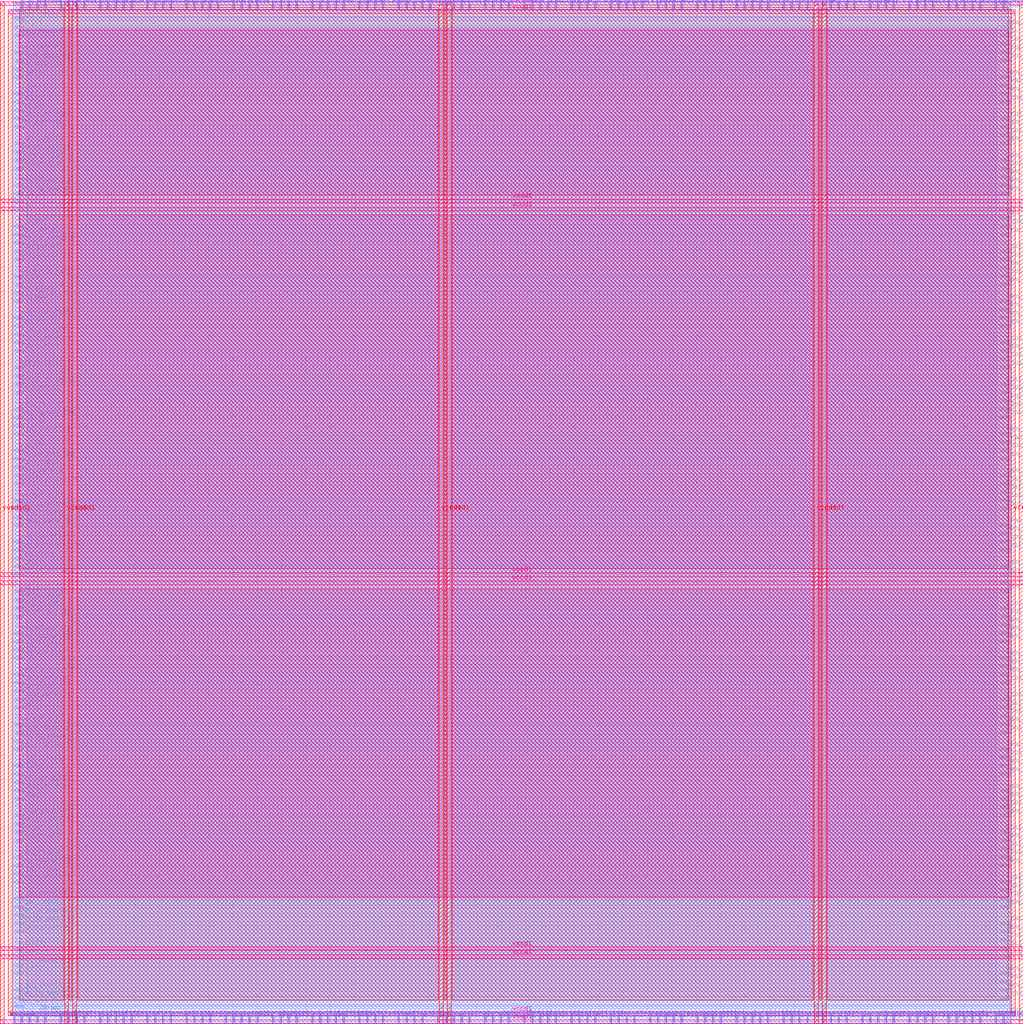
<source format=lef>
VERSION 5.7 ;
  NOWIREEXTENSIONATPIN ON ;
  DIVIDERCHAR "/" ;
  BUSBITCHARS "[]" ;
MACRO picorv32
  CLASS BLOCK ;
  FOREIGN picorv32 ;
  ORIGIN 0.000 0.000 ;
  SIZE 408.900 BY 419.620 ;
  PIN clk
    DIRECTION INPUT ;
    USE SIGNAL ;
    ANTENNAGATEAREA 0.852000 ;
    PORT
      LAYER met3 ;
        RECT 404.900 404.640 408.900 405.240 ;
    END
  END clk
  PIN eoi[0]
    DIRECTION OUTPUT TRISTATE ;
    USE SIGNAL ;
    PORT
      LAYER met3 ;
        RECT 0.000 408.040 4.000 408.640 ;
    END
  END eoi[0]
  PIN eoi[10]
    DIRECTION OUTPUT TRISTATE ;
    USE SIGNAL ;
    PORT
      LAYER met2 ;
        RECT 109.570 0.000 109.850 4.000 ;
    END
  END eoi[10]
  PIN eoi[11]
    DIRECTION OUTPUT TRISTATE ;
    USE SIGNAL ;
    PORT
      LAYER met3 ;
        RECT 404.900 30.640 408.900 31.240 ;
    END
  END eoi[11]
  PIN eoi[12]
    DIRECTION OUTPUT TRISTATE ;
    USE SIGNAL ;
    PORT
      LAYER met3 ;
        RECT 404.900 261.840 408.900 262.440 ;
    END
  END eoi[12]
  PIN eoi[13]
    DIRECTION OUTPUT TRISTATE ;
    USE SIGNAL ;
    PORT
      LAYER met2 ;
        RECT 351.070 415.620 351.350 419.620 ;
    END
  END eoi[13]
  PIN eoi[14]
    DIRECTION OUTPUT TRISTATE ;
    USE SIGNAL ;
    PORT
      LAYER met3 ;
        RECT 404.900 221.040 408.900 221.640 ;
    END
  END eoi[14]
  PIN eoi[15]
    DIRECTION OUTPUT TRISTATE ;
    USE SIGNAL ;
    PORT
      LAYER met3 ;
        RECT 404.900 71.440 408.900 72.040 ;
    END
  END eoi[15]
  PIN eoi[16]
    DIRECTION OUTPUT TRISTATE ;
    USE SIGNAL ;
    PORT
      LAYER met3 ;
        RECT 0.000 377.440 4.000 378.040 ;
    END
  END eoi[16]
  PIN eoi[17]
    DIRECTION OUTPUT TRISTATE ;
    USE SIGNAL ;
    PORT
      LAYER met3 ;
        RECT 0.000 336.640 4.000 337.240 ;
    END
  END eoi[17]
  PIN eoi[18]
    DIRECTION OUTPUT TRISTATE ;
    USE SIGNAL ;
    PORT
      LAYER met3 ;
        RECT 404.900 54.440 408.900 55.040 ;
    END
  END eoi[18]
  PIN eoi[19]
    DIRECTION OUTPUT TRISTATE ;
    USE SIGNAL ;
    PORT
      LAYER met2 ;
        RECT 309.210 0.000 309.490 4.000 ;
    END
  END eoi[19]
  PIN eoi[1]
    DIRECTION OUTPUT TRISTATE ;
    USE SIGNAL ;
    PORT
      LAYER met3 ;
        RECT 0.000 20.440 4.000 21.040 ;
    END
  END eoi[1]
  PIN eoi[20]
    DIRECTION OUTPUT TRISTATE ;
    USE SIGNAL ;
    PORT
      LAYER met3 ;
        RECT 404.900 193.840 408.900 194.440 ;
    END
  END eoi[20]
  PIN eoi[21]
    DIRECTION OUTPUT TRISTATE ;
    USE SIGNAL ;
    PORT
      LAYER met3 ;
        RECT 404.900 0.040 408.900 0.640 ;
    END
  END eoi[21]
  PIN eoi[22]
    DIRECTION OUTPUT TRISTATE ;
    USE SIGNAL ;
    PORT
      LAYER met3 ;
        RECT 0.000 380.840 4.000 381.440 ;
    END
  END eoi[22]
  PIN eoi[23]
    DIRECTION OUTPUT TRISTATE ;
    USE SIGNAL ;
    PORT
      LAYER met3 ;
        RECT 404.900 78.240 408.900 78.840 ;
    END
  END eoi[23]
  PIN eoi[24]
    DIRECTION OUTPUT TRISTATE ;
    USE SIGNAL ;
    PORT
      LAYER met2 ;
        RECT 45.170 0.000 45.450 4.000 ;
    END
  END eoi[24]
  PIN eoi[25]
    DIRECTION OUTPUT TRISTATE ;
    USE SIGNAL ;
    PORT
      LAYER met3 ;
        RECT 0.000 234.640 4.000 235.240 ;
    END
  END eoi[25]
  PIN eoi[26]
    DIRECTION OUTPUT TRISTATE ;
    USE SIGNAL ;
    PORT
      LAYER met2 ;
        RECT 167.530 415.620 167.810 419.620 ;
    END
  END eoi[26]
  PIN eoi[27]
    DIRECTION OUTPUT TRISTATE ;
    USE SIGNAL ;
    PORT
      LAYER met3 ;
        RECT 0.000 30.640 4.000 31.240 ;
    END
  END eoi[27]
  PIN eoi[28]
    DIRECTION OUTPUT TRISTATE ;
    USE SIGNAL ;
    PORT
      LAYER met3 ;
        RECT 404.900 57.840 408.900 58.440 ;
    END
  END eoi[28]
  PIN eoi[29]
    DIRECTION OUTPUT TRISTATE ;
    USE SIGNAL ;
    PORT
      LAYER met3 ;
        RECT 404.900 129.240 408.900 129.840 ;
    END
  END eoi[29]
  PIN eoi[2]
    DIRECTION OUTPUT TRISTATE ;
    USE SIGNAL ;
    PORT
      LAYER met3 ;
        RECT 404.900 316.240 408.900 316.840 ;
    END
  END eoi[2]
  PIN eoi[30]
    DIRECTION OUTPUT TRISTATE ;
    USE SIGNAL ;
    PORT
      LAYER met2 ;
        RECT 338.190 0.000 338.470 4.000 ;
    END
  END eoi[30]
  PIN eoi[31]
    DIRECTION OUTPUT TRISTATE ;
    USE SIGNAL ;
    PORT
      LAYER met3 ;
        RECT 404.900 217.640 408.900 218.240 ;
    END
  END eoi[31]
  PIN eoi[3]
    DIRECTION OUTPUT TRISTATE ;
    USE SIGNAL ;
    PORT
      LAYER met2 ;
        RECT 122.450 415.620 122.730 419.620 ;
    END
  END eoi[3]
  PIN eoi[4]
    DIRECTION OUTPUT TRISTATE ;
    USE SIGNAL ;
    PORT
      LAYER met2 ;
        RECT 334.970 0.000 335.250 4.000 ;
    END
  END eoi[4]
  PIN eoi[5]
    DIRECTION OUTPUT TRISTATE ;
    USE SIGNAL ;
    PORT
      LAYER met3 ;
        RECT 0.000 27.240 4.000 27.840 ;
    END
  END eoi[5]
  PIN eoi[6]
    DIRECTION OUTPUT TRISTATE ;
    USE SIGNAL ;
    PORT
      LAYER met2 ;
        RECT 322.090 0.000 322.370 4.000 ;
    END
  END eoi[6]
  PIN eoi[7]
    DIRECTION OUTPUT TRISTATE ;
    USE SIGNAL ;
    PORT
      LAYER met3 ;
        RECT 0.000 302.640 4.000 303.240 ;
    END
  END eoi[7]
  PIN eoi[8]
    DIRECTION OUTPUT TRISTATE ;
    USE SIGNAL ;
    PORT
      LAYER met2 ;
        RECT 299.550 415.620 299.830 419.620 ;
    END
  END eoi[8]
  PIN eoi[9]
    DIRECTION OUTPUT TRISTATE ;
    USE SIGNAL ;
    PORT
      LAYER met2 ;
        RECT 222.270 415.620 222.550 419.620 ;
    END
  END eoi[9]
  PIN irq[0]
    DIRECTION INPUT ;
    USE SIGNAL ;
    PORT
      LAYER met3 ;
        RECT 404.900 166.640 408.900 167.240 ;
    END
  END irq[0]
  PIN irq[10]
    DIRECTION INPUT ;
    USE SIGNAL ;
    PORT
      LAYER met2 ;
        RECT 74.150 0.000 74.430 4.000 ;
    END
  END irq[10]
  PIN irq[11]
    DIRECTION INPUT ;
    USE SIGNAL ;
    PORT
      LAYER met2 ;
        RECT 183.630 0.000 183.910 4.000 ;
    END
  END irq[11]
  PIN irq[12]
    DIRECTION INPUT ;
    USE SIGNAL ;
    PORT
      LAYER met2 ;
        RECT 248.030 415.620 248.310 419.620 ;
    END
  END irq[12]
  PIN irq[13]
    DIRECTION INPUT ;
    USE SIGNAL ;
    PORT
      LAYER met2 ;
        RECT 392.930 415.620 393.210 419.620 ;
    END
  END irq[13]
  PIN irq[14]
    DIRECTION INPUT ;
    USE SIGNAL ;
    PORT
      LAYER met3 ;
        RECT 0.000 187.040 4.000 187.640 ;
    END
  END irq[14]
  PIN irq[15]
    DIRECTION INPUT ;
    USE SIGNAL ;
    PORT
      LAYER met3 ;
        RECT 0.000 326.440 4.000 327.040 ;
    END
  END irq[15]
  PIN irq[16]
    DIRECTION INPUT ;
    USE SIGNAL ;
    PORT
      LAYER met2 ;
        RECT 405.810 415.620 406.090 419.620 ;
    END
  END irq[16]
  PIN irq[17]
    DIRECTION INPUT ;
    USE SIGNAL ;
    PORT
      LAYER met2 ;
        RECT 228.710 415.620 228.990 419.620 ;
    END
  END irq[17]
  PIN irq[18]
    DIRECTION INPUT ;
    USE SIGNAL ;
    PORT
      LAYER met2 ;
        RECT 305.990 415.620 306.270 419.620 ;
    END
  END irq[18]
  PIN irq[19]
    DIRECTION INPUT ;
    USE SIGNAL ;
    PORT
      LAYER met3 ;
        RECT 0.000 387.640 4.000 388.240 ;
    END
  END irq[19]
  PIN irq[1]
    DIRECTION INPUT ;
    USE SIGNAL ;
    PORT
      LAYER met2 ;
        RECT 273.790 0.000 274.070 4.000 ;
    END
  END irq[1]
  PIN irq[20]
    DIRECTION INPUT ;
    USE SIGNAL ;
    PORT
      LAYER met3 ;
        RECT 0.000 414.840 4.000 415.440 ;
    END
  END irq[20]
  PIN irq[21]
    DIRECTION INPUT ;
    USE SIGNAL ;
    PORT
      LAYER met3 ;
        RECT 404.900 255.040 408.900 255.640 ;
    END
  END irq[21]
  PIN irq[22]
    DIRECTION INPUT ;
    USE SIGNAL ;
    PORT
      LAYER met2 ;
        RECT 135.330 0.000 135.610 4.000 ;
    END
  END irq[22]
  PIN irq[23]
    DIRECTION INPUT ;
    USE SIGNAL ;
    PORT
      LAYER met3 ;
        RECT 0.000 244.840 4.000 245.440 ;
    END
  END irq[23]
  PIN irq[24]
    DIRECTION INPUT ;
    USE SIGNAL ;
    PORT
      LAYER met3 ;
        RECT 404.900 418.240 408.900 418.840 ;
    END
  END irq[24]
  PIN irq[25]
    DIRECTION INPUT ;
    USE SIGNAL ;
    PORT
      LAYER met2 ;
        RECT 96.690 415.620 96.970 419.620 ;
    END
  END irq[25]
  PIN irq[26]
    DIRECTION INPUT ;
    USE SIGNAL ;
    PORT
      LAYER met2 ;
        RECT 167.530 0.000 167.810 4.000 ;
    END
  END irq[26]
  PIN irq[27]
    DIRECTION INPUT ;
    USE SIGNAL ;
    PORT
      LAYER met2 ;
        RECT 202.950 415.620 203.230 419.620 ;
    END
  END irq[27]
  PIN irq[28]
    DIRECTION INPUT ;
    USE SIGNAL ;
    PORT
      LAYER met3 ;
        RECT 404.900 397.840 408.900 398.440 ;
    END
  END irq[28]
  PIN irq[29]
    DIRECTION INPUT ;
    USE SIGNAL ;
    PORT
      LAYER met3 ;
        RECT 404.900 51.040 408.900 51.640 ;
    END
  END irq[29]
  PIN irq[2]
    DIRECTION INPUT ;
    USE SIGNAL ;
    PORT
      LAYER met3 ;
        RECT 0.000 129.240 4.000 129.840 ;
    END
  END irq[2]
  PIN irq[30]
    DIRECTION INPUT ;
    USE SIGNAL ;
    PORT
      LAYER met2 ;
        RECT 235.150 0.000 235.430 4.000 ;
    END
  END irq[30]
  PIN irq[31]
    DIRECTION INPUT ;
    USE SIGNAL ;
    PORT
      LAYER met2 ;
        RECT 93.470 415.620 93.750 419.620 ;
    END
  END irq[31]
  PIN irq[3]
    DIRECTION INPUT ;
    USE SIGNAL ;
    PORT
      LAYER met2 ;
        RECT 38.730 0.000 39.010 4.000 ;
    END
  END irq[3]
  PIN irq[4]
    DIRECTION INPUT ;
    USE SIGNAL ;
    PORT
      LAYER met2 ;
        RECT 77.370 415.620 77.650 419.620 ;
    END
  END irq[4]
  PIN irq[5]
    DIRECTION INPUT ;
    USE SIGNAL ;
    PORT
      LAYER met3 ;
        RECT 404.900 370.640 408.900 371.240 ;
    END
  END irq[5]
  PIN irq[6]
    DIRECTION INPUT ;
    USE SIGNAL ;
    PORT
      LAYER met3 ;
        RECT 0.000 91.840 4.000 92.440 ;
    END
  END irq[6]
  PIN irq[7]
    DIRECTION INPUT ;
    USE SIGNAL ;
    PORT
      LAYER met2 ;
        RECT 6.530 415.620 6.810 419.620 ;
    END
  END irq[7]
  PIN irq[8]
    DIRECTION INPUT ;
    USE SIGNAL ;
    PORT
      LAYER met2 ;
        RECT 286.670 0.000 286.950 4.000 ;
    END
  END irq[8]
  PIN irq[9]
    DIRECTION INPUT ;
    USE SIGNAL ;
    PORT
      LAYER met3 ;
        RECT 0.000 102.040 4.000 102.640 ;
    END
  END irq[9]
  PIN mem_addr[0]
    DIRECTION OUTPUT TRISTATE ;
    USE SIGNAL ;
    PORT
      LAYER met3 ;
        RECT 404.900 13.640 408.900 14.240 ;
    END
  END mem_addr[0]
  PIN mem_addr[10]
    DIRECTION OUTPUT TRISTATE ;
    USE SIGNAL ;
    ANTENNADIFFAREA 0.795200 ;
    PORT
      LAYER met3 ;
        RECT 404.900 200.640 408.900 201.240 ;
    END
  END mem_addr[10]
  PIN mem_addr[11]
    DIRECTION OUTPUT TRISTATE ;
    USE SIGNAL ;
    ANTENNADIFFAREA 0.445500 ;
    PORT
      LAYER met3 ;
        RECT 404.900 360.440 408.900 361.040 ;
    END
  END mem_addr[11]
  PIN mem_addr[12]
    DIRECTION OUTPUT TRISTATE ;
    USE SIGNAL ;
    ANTENNADIFFAREA 0.795200 ;
    PORT
      LAYER met3 ;
        RECT 404.900 47.640 408.900 48.240 ;
    END
  END mem_addr[12]
  PIN mem_addr[13]
    DIRECTION OUTPUT TRISTATE ;
    USE SIGNAL ;
    ANTENNADIFFAREA 0.445500 ;
    PORT
      LAYER met2 ;
        RECT 235.150 415.620 235.430 419.620 ;
    END
  END mem_addr[13]
  PIN mem_addr[14]
    DIRECTION OUTPUT TRISTATE ;
    USE SIGNAL ;
    ANTENNADIFFAREA 0.445500 ;
    PORT
      LAYER met2 ;
        RECT 338.190 415.620 338.470 419.620 ;
    END
  END mem_addr[14]
  PIN mem_addr[15]
    DIRECTION OUTPUT TRISTATE ;
    USE SIGNAL ;
    ANTENNADIFFAREA 0.445500 ;
    PORT
      LAYER met2 ;
        RECT 238.370 0.000 238.650 4.000 ;
    END
  END mem_addr[15]
  PIN mem_addr[16]
    DIRECTION OUTPUT TRISTATE ;
    USE SIGNAL ;
    ANTENNADIFFAREA 0.445500 ;
    PORT
      LAYER met3 ;
        RECT 0.000 149.640 4.000 150.240 ;
    END
  END mem_addr[16]
  PIN mem_addr[17]
    DIRECTION OUTPUT TRISTATE ;
    USE SIGNAL ;
    ANTENNADIFFAREA 0.445500 ;
    PORT
      LAYER met3 ;
        RECT 0.000 176.840 4.000 177.440 ;
    END
  END mem_addr[17]
  PIN mem_addr[18]
    DIRECTION OUTPUT TRISTATE ;
    USE SIGNAL ;
    ANTENNADIFFAREA 0.795200 ;
    PORT
      LAYER met2 ;
        RECT 61.270 415.620 61.550 419.620 ;
    END
  END mem_addr[18]
  PIN mem_addr[19]
    DIRECTION OUTPUT TRISTATE ;
    USE SIGNAL ;
    ANTENNADIFFAREA 0.795200 ;
    PORT
      LAYER met3 ;
        RECT 404.900 163.240 408.900 163.840 ;
    END
  END mem_addr[19]
  PIN mem_addr[1]
    DIRECTION OUTPUT TRISTATE ;
    USE SIGNAL ;
    PORT
      LAYER met2 ;
        RECT 93.470 0.000 93.750 4.000 ;
    END
  END mem_addr[1]
  PIN mem_addr[20]
    DIRECTION OUTPUT TRISTATE ;
    USE SIGNAL ;
    ANTENNADIFFAREA 0.445500 ;
    PORT
      LAYER met3 ;
        RECT 0.000 6.840 4.000 7.440 ;
    END
  END mem_addr[20]
  PIN mem_addr[21]
    DIRECTION OUTPUT TRISTATE ;
    USE SIGNAL ;
    ANTENNADIFFAREA 0.445500 ;
    PORT
      LAYER met2 ;
        RECT 376.830 0.000 377.110 4.000 ;
    END
  END mem_addr[21]
  PIN mem_addr[22]
    DIRECTION OUTPUT TRISTATE ;
    USE SIGNAL ;
    ANTENNADIFFAREA 0.445500 ;
    PORT
      LAYER met2 ;
        RECT 248.030 0.000 248.310 4.000 ;
    END
  END mem_addr[22]
  PIN mem_addr[23]
    DIRECTION OUTPUT TRISTATE ;
    USE SIGNAL ;
    ANTENNADIFFAREA 0.445500 ;
    PORT
      LAYER met2 ;
        RECT 373.610 0.000 373.890 4.000 ;
    END
  END mem_addr[23]
  PIN mem_addr[24]
    DIRECTION OUTPUT TRISTATE ;
    USE SIGNAL ;
    ANTENNADIFFAREA 0.445500 ;
    PORT
      LAYER met2 ;
        RECT 219.050 415.620 219.330 419.620 ;
    END
  END mem_addr[24]
  PIN mem_addr[25]
    DIRECTION OUTPUT TRISTATE ;
    USE SIGNAL ;
    ANTENNADIFFAREA 0.445500 ;
    PORT
      LAYER met3 ;
        RECT 404.900 142.840 408.900 143.440 ;
    END
  END mem_addr[25]
  PIN mem_addr[26]
    DIRECTION OUTPUT TRISTATE ;
    USE SIGNAL ;
    ANTENNADIFFAREA 0.445500 ;
    PORT
      LAYER met3 ;
        RECT 404.900 105.440 408.900 106.040 ;
    END
  END mem_addr[26]
  PIN mem_addr[27]
    DIRECTION OUTPUT TRISTATE ;
    USE SIGNAL ;
    ANTENNADIFFAREA 0.445500 ;
    PORT
      LAYER met3 ;
        RECT 0.000 285.640 4.000 286.240 ;
    END
  END mem_addr[27]
  PIN mem_addr[28]
    DIRECTION OUTPUT TRISTATE ;
    USE SIGNAL ;
    ANTENNADIFFAREA 0.445500 ;
    PORT
      LAYER met3 ;
        RECT 0.000 197.240 4.000 197.840 ;
    END
  END mem_addr[28]
  PIN mem_addr[29]
    DIRECTION OUTPUT TRISTATE ;
    USE SIGNAL ;
    ANTENNADIFFAREA 0.445500 ;
    PORT
      LAYER met2 ;
        RECT 99.910 415.620 100.190 419.620 ;
    END
  END mem_addr[29]
  PIN mem_addr[2]
    DIRECTION OUTPUT TRISTATE ;
    USE SIGNAL ;
    ANTENNADIFFAREA 0.445500 ;
    PORT
      LAYER met2 ;
        RECT 161.090 0.000 161.370 4.000 ;
    END
  END mem_addr[2]
  PIN mem_addr[30]
    DIRECTION OUTPUT TRISTATE ;
    USE SIGNAL ;
    ANTENNADIFFAREA 0.445500 ;
    PORT
      LAYER met3 ;
        RECT 404.900 176.840 408.900 177.440 ;
    END
  END mem_addr[30]
  PIN mem_addr[31]
    DIRECTION OUTPUT TRISTATE ;
    USE SIGNAL ;
    ANTENNADIFFAREA 0.445500 ;
    PORT
      LAYER met3 ;
        RECT 0.000 391.040 4.000 391.640 ;
    END
  END mem_addr[31]
  PIN mem_addr[3]
    DIRECTION OUTPUT TRISTATE ;
    USE SIGNAL ;
    ANTENNADIFFAREA 0.445500 ;
    PORT
      LAYER met2 ;
        RECT 260.910 0.000 261.190 4.000 ;
    END
  END mem_addr[3]
  PIN mem_addr[4]
    DIRECTION OUTPUT TRISTATE ;
    USE SIGNAL ;
    ANTENNADIFFAREA 0.445500 ;
    PORT
      LAYER met3 ;
        RECT 0.000 295.840 4.000 296.440 ;
    END
  END mem_addr[4]
  PIN mem_addr[5]
    DIRECTION OUTPUT TRISTATE ;
    USE SIGNAL ;
    ANTENNADIFFAREA 0.445500 ;
    PORT
      LAYER met2 ;
        RECT 238.370 415.620 238.650 419.620 ;
    END
  END mem_addr[5]
  PIN mem_addr[6]
    DIRECTION OUTPUT TRISTATE ;
    USE SIGNAL ;
    ANTENNADIFFAREA 0.445500 ;
    PORT
      LAYER met2 ;
        RECT 19.410 415.620 19.690 419.620 ;
    END
  END mem_addr[6]
  PIN mem_addr[7]
    DIRECTION OUTPUT TRISTATE ;
    USE SIGNAL ;
    ANTENNADIFFAREA 0.445500 ;
    PORT
      LAYER met3 ;
        RECT 404.900 380.840 408.900 381.440 ;
    END
  END mem_addr[7]
  PIN mem_addr[8]
    DIRECTION OUTPUT TRISTATE ;
    USE SIGNAL ;
    ANTENNADIFFAREA 0.445500 ;
    PORT
      LAYER met2 ;
        RECT 25.850 0.000 26.130 4.000 ;
    END
  END mem_addr[8]
  PIN mem_addr[9]
    DIRECTION OUTPUT TRISTATE ;
    USE SIGNAL ;
    ANTENNADIFFAREA 0.445500 ;
    PORT
      LAYER met3 ;
        RECT 0.000 397.840 4.000 398.440 ;
    END
  END mem_addr[9]
  PIN mem_instr
    DIRECTION OUTPUT TRISTATE ;
    USE SIGNAL ;
    ANTENNADIFFAREA 0.445500 ;
    PORT
      LAYER met3 ;
        RECT 0.000 374.040 4.000 374.640 ;
    END
  END mem_instr
  PIN mem_la_addr[0]
    DIRECTION OUTPUT TRISTATE ;
    USE SIGNAL ;
    PORT
      LAYER met3 ;
        RECT 0.000 81.640 4.000 82.240 ;
    END
  END mem_la_addr[0]
  PIN mem_la_addr[10]
    DIRECTION OUTPUT TRISTATE ;
    USE SIGNAL ;
    ANTENNADIFFAREA 0.445500 ;
    PORT
      LAYER met3 ;
        RECT 404.900 231.240 408.900 231.840 ;
    END
  END mem_la_addr[10]
  PIN mem_la_addr[11]
    DIRECTION OUTPUT TRISTATE ;
    USE SIGNAL ;
    ANTENNADIFFAREA 0.795200 ;
    PORT
      LAYER met3 ;
        RECT 0.000 418.240 4.000 418.840 ;
    END
  END mem_la_addr[11]
  PIN mem_la_addr[12]
    DIRECTION OUTPUT TRISTATE ;
    USE SIGNAL ;
    ANTENNADIFFAREA 0.445500 ;
    PORT
      LAYER met2 ;
        RECT 135.330 415.620 135.610 419.620 ;
    END
  END mem_la_addr[12]
  PIN mem_la_addr[13]
    DIRECTION OUTPUT TRISTATE ;
    USE SIGNAL ;
    ANTENNADIFFAREA 0.445500 ;
    PORT
      LAYER met2 ;
        RECT 196.510 0.000 196.790 4.000 ;
    END
  END mem_la_addr[13]
  PIN mem_la_addr[14]
    DIRECTION OUTPUT TRISTATE ;
    USE SIGNAL ;
    ANTENNADIFFAREA 0.795200 ;
    PORT
      LAYER met3 ;
        RECT 0.000 40.840 4.000 41.440 ;
    END
  END mem_la_addr[14]
  PIN mem_la_addr[15]
    DIRECTION OUTPUT TRISTATE ;
    USE SIGNAL ;
    ANTENNADIFFAREA 0.795200 ;
    PORT
      LAYER met2 ;
        RECT 257.690 415.620 257.970 419.620 ;
    END
  END mem_la_addr[15]
  PIN mem_la_addr[16]
    DIRECTION OUTPUT TRISTATE ;
    USE SIGNAL ;
    ANTENNADIFFAREA 0.445500 ;
    PORT
      LAYER met3 ;
        RECT 404.900 289.040 408.900 289.640 ;
    END
  END mem_la_addr[16]
  PIN mem_la_addr[17]
    DIRECTION OUTPUT TRISTATE ;
    USE SIGNAL ;
    ANTENNADIFFAREA 0.445500 ;
    PORT
      LAYER met2 ;
        RECT 3.310 415.620 3.590 419.620 ;
    END
  END mem_la_addr[17]
  PIN mem_la_addr[18]
    DIRECTION OUTPUT TRISTATE ;
    USE SIGNAL ;
    ANTENNADIFFAREA 0.445500 ;
    PORT
      LAYER met2 ;
        RECT 267.350 0.000 267.630 4.000 ;
    END
  END mem_la_addr[18]
  PIN mem_la_addr[19]
    DIRECTION OUTPUT TRISTATE ;
    USE SIGNAL ;
    ANTENNADIFFAREA 0.445500 ;
    PORT
      LAYER met2 ;
        RECT 389.710 0.000 389.990 4.000 ;
    END
  END mem_la_addr[19]
  PIN mem_la_addr[1]
    DIRECTION OUTPUT TRISTATE ;
    USE SIGNAL ;
    PORT
      LAYER met3 ;
        RECT 404.900 74.840 408.900 75.440 ;
    END
  END mem_la_addr[1]
  PIN mem_la_addr[20]
    DIRECTION OUTPUT TRISTATE ;
    USE SIGNAL ;
    ANTENNADIFFAREA 0.445500 ;
    PORT
      LAYER met2 ;
        RECT 9.750 415.620 10.030 419.620 ;
    END
  END mem_la_addr[20]
  PIN mem_la_addr[21]
    DIRECTION OUTPUT TRISTATE ;
    USE SIGNAL ;
    ANTENNADIFFAREA 0.445500 ;
    PORT
      LAYER met2 ;
        RECT 177.190 415.620 177.470 419.620 ;
    END
  END mem_la_addr[21]
  PIN mem_la_addr[22]
    DIRECTION OUTPUT TRISTATE ;
    USE SIGNAL ;
    ANTENNADIFFAREA 0.795200 ;
    PORT
      LAYER met3 ;
        RECT 0.000 231.240 4.000 231.840 ;
    END
  END mem_la_addr[22]
  PIN mem_la_addr[23]
    DIRECTION OUTPUT TRISTATE ;
    USE SIGNAL ;
    ANTENNADIFFAREA 0.445500 ;
    PORT
      LAYER met2 ;
        RECT 80.590 415.620 80.870 419.620 ;
    END
  END mem_la_addr[23]
  PIN mem_la_addr[24]
    DIRECTION OUTPUT TRISTATE ;
    USE SIGNAL ;
    ANTENNADIFFAREA 0.795200 ;
    PORT
      LAYER met2 ;
        RECT 54.830 415.620 55.110 419.620 ;
    END
  END mem_la_addr[24]
  PIN mem_la_addr[25]
    DIRECTION OUTPUT TRISTATE ;
    USE SIGNAL ;
    ANTENNADIFFAREA 0.445500 ;
    PORT
      LAYER met3 ;
        RECT 404.900 353.640 408.900 354.240 ;
    END
  END mem_la_addr[25]
  PIN mem_la_addr[26]
    DIRECTION OUTPUT TRISTATE ;
    USE SIGNAL ;
    ANTENNADIFFAREA 0.445500 ;
    PORT
      LAYER met2 ;
        RECT 48.390 415.620 48.670 419.620 ;
    END
  END mem_la_addr[26]
  PIN mem_la_addr[27]
    DIRECTION OUTPUT TRISTATE ;
    USE SIGNAL ;
    ANTENNADIFFAREA 0.795200 ;
    PORT
      LAYER met3 ;
        RECT 404.900 91.840 408.900 92.440 ;
    END
  END mem_la_addr[27]
  PIN mem_la_addr[28]
    DIRECTION OUTPUT TRISTATE ;
    USE SIGNAL ;
    ANTENNADIFFAREA 0.445500 ;
    PORT
      LAYER met2 ;
        RECT 22.630 415.620 22.910 419.620 ;
    END
  END mem_la_addr[28]
  PIN mem_la_addr[29]
    DIRECTION OUTPUT TRISTATE ;
    USE SIGNAL ;
    ANTENNADIFFAREA 0.795200 ;
    PORT
      LAYER met3 ;
        RECT 404.900 387.640 408.900 388.240 ;
    END
  END mem_la_addr[29]
  PIN mem_la_addr[2]
    DIRECTION OUTPUT TRISTATE ;
    USE SIGNAL ;
    ANTENNADIFFAREA 0.445500 ;
    PORT
      LAYER met3 ;
        RECT 404.900 156.440 408.900 157.040 ;
    END
  END mem_la_addr[2]
  PIN mem_la_addr[30]
    DIRECTION OUTPUT TRISTATE ;
    USE SIGNAL ;
    ANTENNADIFFAREA 0.445500 ;
    PORT
      LAYER met3 ;
        RECT 0.000 248.240 4.000 248.840 ;
    END
  END mem_la_addr[30]
  PIN mem_la_addr[31]
    DIRECTION OUTPUT TRISTATE ;
    USE SIGNAL ;
    ANTENNADIFFAREA 0.445500 ;
    PORT
      LAYER met2 ;
        RECT 144.990 0.000 145.270 4.000 ;
    END
  END mem_la_addr[31]
  PIN mem_la_addr[3]
    DIRECTION OUTPUT TRISTATE ;
    USE SIGNAL ;
    ANTENNADIFFAREA 0.445500 ;
    PORT
      LAYER met3 ;
        RECT 0.000 10.240 4.000 10.840 ;
    END
  END mem_la_addr[3]
  PIN mem_la_addr[4]
    DIRECTION OUTPUT TRISTATE ;
    USE SIGNAL ;
    ANTENNADIFFAREA 0.445500 ;
    PORT
      LAYER met3 ;
        RECT 404.900 340.040 408.900 340.640 ;
    END
  END mem_la_addr[4]
  PIN mem_la_addr[5]
    DIRECTION OUTPUT TRISTATE ;
    USE SIGNAL ;
    ANTENNADIFFAREA 0.445500 ;
    PORT
      LAYER met2 ;
        RECT 341.410 0.000 341.690 4.000 ;
    END
  END mem_la_addr[5]
  PIN mem_la_addr[6]
    DIRECTION OUTPUT TRISTATE ;
    USE SIGNAL ;
    ANTENNADIFFAREA 0.445500 ;
    PORT
      LAYER met3 ;
        RECT 404.900 346.840 408.900 347.440 ;
    END
  END mem_la_addr[6]
  PIN mem_la_addr[7]
    DIRECTION OUTPUT TRISTATE ;
    USE SIGNAL ;
    ANTENNADIFFAREA 0.445500 ;
    PORT
      LAYER met2 ;
        RECT 122.450 0.000 122.730 4.000 ;
    END
  END mem_la_addr[7]
  PIN mem_la_addr[8]
    DIRECTION OUTPUT TRISTATE ;
    USE SIGNAL ;
    ANTENNADIFFAREA 0.795200 ;
    PORT
      LAYER met3 ;
        RECT 404.900 85.040 408.900 85.640 ;
    END
  END mem_la_addr[8]
  PIN mem_la_addr[9]
    DIRECTION OUTPUT TRISTATE ;
    USE SIGNAL ;
    ANTENNADIFFAREA 0.445500 ;
    PORT
      LAYER met2 ;
        RECT 128.890 0.000 129.170 4.000 ;
    END
  END mem_la_addr[9]
  PIN mem_la_read
    DIRECTION OUTPUT TRISTATE ;
    USE SIGNAL ;
    ANTENNADIFFAREA 0.445500 ;
    PORT
      LAYER met3 ;
        RECT 404.900 95.240 408.900 95.840 ;
    END
  END mem_la_read
  PIN mem_la_wdata[0]
    DIRECTION OUTPUT TRISTATE ;
    USE SIGNAL ;
    ANTENNADIFFAREA 0.795200 ;
    PORT
      LAYER met2 ;
        RECT 357.510 415.620 357.790 419.620 ;
    END
  END mem_la_wdata[0]
  PIN mem_la_wdata[10]
    DIRECTION OUTPUT TRISTATE ;
    USE SIGNAL ;
    ANTENNADIFFAREA 0.445500 ;
    PORT
      LAYER met3 ;
        RECT 404.900 302.640 408.900 303.240 ;
    END
  END mem_la_wdata[10]
  PIN mem_la_wdata[11]
    DIRECTION OUTPUT TRISTATE ;
    USE SIGNAL ;
    ANTENNADIFFAREA 0.445500 ;
    PORT
      LAYER met2 ;
        RECT 196.510 415.620 196.790 419.620 ;
    END
  END mem_la_wdata[11]
  PIN mem_la_wdata[12]
    DIRECTION OUTPUT TRISTATE ;
    USE SIGNAL ;
    ANTENNADIFFAREA 0.445500 ;
    PORT
      LAYER met2 ;
        RECT 70.930 415.620 71.210 419.620 ;
    END
  END mem_la_wdata[12]
  PIN mem_la_wdata[13]
    DIRECTION OUTPUT TRISTATE ;
    USE SIGNAL ;
    ANTENNADIFFAREA 0.445500 ;
    PORT
      LAYER met2 ;
        RECT 296.330 0.000 296.610 4.000 ;
    END
  END mem_la_wdata[13]
  PIN mem_la_wdata[14]
    DIRECTION OUTPUT TRISTATE ;
    USE SIGNAL ;
    ANTENNADIFFAREA 0.445500 ;
    PORT
      LAYER met3 ;
        RECT 0.000 340.040 4.000 340.640 ;
    END
  END mem_la_wdata[14]
  PIN mem_la_wdata[15]
    DIRECTION OUTPUT TRISTATE ;
    USE SIGNAL ;
    ANTENNADIFFAREA 0.445500 ;
    PORT
      LAYER met2 ;
        RECT 157.870 415.620 158.150 419.620 ;
    END
  END mem_la_wdata[15]
  PIN mem_la_wdata[16]
    DIRECTION OUTPUT TRISTATE ;
    USE SIGNAL ;
    ANTENNADIFFAREA 0.445500 ;
    PORT
      LAYER met2 ;
        RECT 334.970 415.620 335.250 419.620 ;
    END
  END mem_la_wdata[16]
  PIN mem_la_wdata[17]
    DIRECTION OUTPUT TRISTATE ;
    USE SIGNAL ;
    ANTENNADIFFAREA 0.445500 ;
    PORT
      LAYER met2 ;
        RECT 373.610 415.620 373.890 419.620 ;
    END
  END mem_la_wdata[17]
  PIN mem_la_wdata[18]
    DIRECTION OUTPUT TRISTATE ;
    USE SIGNAL ;
    ANTENNADIFFAREA 0.445500 ;
    PORT
      LAYER met3 ;
        RECT 0.000 193.840 4.000 194.440 ;
    END
  END mem_la_wdata[18]
  PIN mem_la_wdata[19]
    DIRECTION OUTPUT TRISTATE ;
    USE SIGNAL ;
    ANTENNADIFFAREA 0.445500 ;
    PORT
      LAYER met2 ;
        RECT 132.110 0.000 132.390 4.000 ;
    END
  END mem_la_wdata[19]
  PIN mem_la_wdata[1]
    DIRECTION OUTPUT TRISTATE ;
    USE SIGNAL ;
    ANTENNADIFFAREA 0.445500 ;
    PORT
      LAYER met2 ;
        RECT 186.850 0.000 187.130 4.000 ;
    END
  END mem_la_wdata[1]
  PIN mem_la_wdata[20]
    DIRECTION OUTPUT TRISTATE ;
    USE SIGNAL ;
    ANTENNADIFFAREA 0.445500 ;
    PORT
      LAYER met3 ;
        RECT 404.900 295.840 408.900 296.440 ;
    END
  END mem_la_wdata[20]
  PIN mem_la_wdata[21]
    DIRECTION OUTPUT TRISTATE ;
    USE SIGNAL ;
    ANTENNADIFFAREA 0.795200 ;
    PORT
      LAYER met3 ;
        RECT 404.900 241.440 408.900 242.040 ;
    END
  END mem_la_wdata[21]
  PIN mem_la_wdata[22]
    DIRECTION OUTPUT TRISTATE ;
    USE SIGNAL ;
    ANTENNADIFFAREA 0.445500 ;
    PORT
      LAYER met2 ;
        RECT 396.150 0.000 396.430 4.000 ;
    END
  END mem_la_wdata[22]
  PIN mem_la_wdata[23]
    DIRECTION OUTPUT TRISTATE ;
    USE SIGNAL ;
    ANTENNADIFFAREA 0.795200 ;
    PORT
      LAYER met3 ;
        RECT 404.900 292.440 408.900 293.040 ;
    END
  END mem_la_wdata[23]
  PIN mem_la_wdata[24]
    DIRECTION OUTPUT TRISTATE ;
    USE SIGNAL ;
    ANTENNADIFFAREA 0.445500 ;
    PORT
      LAYER met3 ;
        RECT 0.000 221.040 4.000 221.640 ;
    END
  END mem_la_wdata[24]
  PIN mem_la_wdata[25]
    DIRECTION OUTPUT TRISTATE ;
    USE SIGNAL ;
    ANTENNADIFFAREA 0.445500 ;
    PORT
      LAYER met3 ;
        RECT 0.000 44.240 4.000 44.840 ;
    END
  END mem_la_wdata[25]
  PIN mem_la_wdata[26]
    DIRECTION OUTPUT TRISTATE ;
    USE SIGNAL ;
    ANTENNADIFFAREA 0.795200 ;
    PORT
      LAYER met3 ;
        RECT 0.000 142.840 4.000 143.440 ;
    END
  END mem_la_wdata[26]
  PIN mem_la_wdata[27]
    DIRECTION OUTPUT TRISTATE ;
    USE SIGNAL ;
    ANTENNADIFFAREA 0.445500 ;
    PORT
      LAYER met2 ;
        RECT 273.790 415.620 274.070 419.620 ;
    END
  END mem_la_wdata[27]
  PIN mem_la_wdata[28]
    DIRECTION OUTPUT TRISTATE ;
    USE SIGNAL ;
    ANTENNADIFFAREA 0.445500 ;
    PORT
      LAYER met2 ;
        RECT 96.690 0.000 96.970 4.000 ;
    END
  END mem_la_wdata[28]
  PIN mem_la_wdata[29]
    DIRECTION OUTPUT TRISTATE ;
    USE SIGNAL ;
    ANTENNADIFFAREA 0.445500 ;
    PORT
      LAYER met2 ;
        RECT 170.750 415.620 171.030 419.620 ;
    END
  END mem_la_wdata[29]
  PIN mem_la_wdata[2]
    DIRECTION OUTPUT TRISTATE ;
    USE SIGNAL ;
    ANTENNADIFFAREA 0.445500 ;
    PORT
      LAYER met2 ;
        RECT 180.410 0.000 180.690 4.000 ;
    END
  END mem_la_wdata[2]
  PIN mem_la_wdata[30]
    DIRECTION OUTPUT TRISTATE ;
    USE SIGNAL ;
    ANTENNADIFFAREA 0.795200 ;
    PORT
      LAYER met3 ;
        RECT 404.900 122.440 408.900 123.040 ;
    END
  END mem_la_wdata[30]
  PIN mem_la_wdata[31]
    DIRECTION OUTPUT TRISTATE ;
    USE SIGNAL ;
    ANTENNADIFFAREA 0.445500 ;
    PORT
      LAYER met2 ;
        RECT 25.850 415.620 26.130 419.620 ;
    END
  END mem_la_wdata[31]
  PIN mem_la_wdata[3]
    DIRECTION OUTPUT TRISTATE ;
    USE SIGNAL ;
    ANTENNADIFFAREA 0.445500 ;
    PORT
      LAYER met3 ;
        RECT 404.900 102.040 408.900 102.640 ;
    END
  END mem_la_wdata[3]
  PIN mem_la_wdata[4]
    DIRECTION OUTPUT TRISTATE ;
    USE SIGNAL ;
    ANTENNADIFFAREA 0.795200 ;
    PORT
      LAYER met3 ;
        RECT 0.000 115.640 4.000 116.240 ;
    END
  END mem_la_wdata[4]
  PIN mem_la_wdata[5]
    DIRECTION OUTPUT TRISTATE ;
    USE SIGNAL ;
    ANTENNADIFFAREA 0.445500 ;
    PORT
      LAYER met2 ;
        RECT 264.130 0.000 264.410 4.000 ;
    END
  END mem_la_wdata[5]
  PIN mem_la_wdata[6]
    DIRECTION OUTPUT TRISTATE ;
    USE SIGNAL ;
    ANTENNADIFFAREA 0.795200 ;
    PORT
      LAYER met3 ;
        RECT 404.900 408.040 408.900 408.640 ;
    END
  END mem_la_wdata[6]
  PIN mem_la_wdata[7]
    DIRECTION OUTPUT TRISTATE ;
    USE SIGNAL ;
    ANTENNADIFFAREA 0.445500 ;
    PORT
      LAYER met2 ;
        RECT 141.770 0.000 142.050 4.000 ;
    END
  END mem_la_wdata[7]
  PIN mem_la_wdata[8]
    DIRECTION OUTPUT TRISTATE ;
    USE SIGNAL ;
    ANTENNADIFFAREA 0.795200 ;
    PORT
      LAYER met3 ;
        RECT 404.900 367.240 408.900 367.840 ;
    END
  END mem_la_wdata[8]
  PIN mem_la_wdata[9]
    DIRECTION OUTPUT TRISTATE ;
    USE SIGNAL ;
    ANTENNADIFFAREA 0.445500 ;
    PORT
      LAYER met3 ;
        RECT 0.000 183.640 4.000 184.240 ;
    END
  END mem_la_wdata[9]
  PIN mem_la_write
    DIRECTION OUTPUT TRISTATE ;
    USE SIGNAL ;
    ANTENNADIFFAREA 0.445500 ;
    PORT
      LAYER met3 ;
        RECT 404.900 183.640 408.900 184.240 ;
    END
  END mem_la_write
  PIN mem_la_wstrb[0]
    DIRECTION OUTPUT TRISTATE ;
    USE SIGNAL ;
    ANTENNADIFFAREA 0.445500 ;
    PORT
      LAYER met3 ;
        RECT 0.000 319.640 4.000 320.240 ;
    END
  END mem_la_wstrb[0]
  PIN mem_la_wstrb[1]
    DIRECTION OUTPUT TRISTATE ;
    USE SIGNAL ;
    ANTENNADIFFAREA 0.795200 ;
    PORT
      LAYER met3 ;
        RECT 0.000 261.840 4.000 262.440 ;
    END
  END mem_la_wstrb[1]
  PIN mem_la_wstrb[2]
    DIRECTION OUTPUT TRISTATE ;
    USE SIGNAL ;
    ANTENNADIFFAREA 0.445500 ;
    PORT
      LAYER met2 ;
        RECT 289.890 415.620 290.170 419.620 ;
    END
  END mem_la_wstrb[2]
  PIN mem_la_wstrb[3]
    DIRECTION OUTPUT TRISTATE ;
    USE SIGNAL ;
    ANTENNADIFFAREA 0.445500 ;
    PORT
      LAYER met3 ;
        RECT 0.000 210.840 4.000 211.440 ;
    END
  END mem_la_wstrb[3]
  PIN mem_rdata[0]
    DIRECTION INPUT ;
    USE SIGNAL ;
    ANTENNAGATEAREA 0.213000 ;
    PORT
      LAYER met3 ;
        RECT 0.000 224.440 4.000 225.040 ;
    END
  END mem_rdata[0]
  PIN mem_rdata[10]
    DIRECTION INPUT ;
    USE SIGNAL ;
    ANTENNAGATEAREA 0.159000 ;
    PORT
      LAYER met2 ;
        RECT 215.830 0.000 216.110 4.000 ;
    END
  END mem_rdata[10]
  PIN mem_rdata[11]
    DIRECTION INPUT ;
    USE SIGNAL ;
    ANTENNAGATEAREA 0.213000 ;
    PORT
      LAYER met2 ;
        RECT 360.730 0.000 361.010 4.000 ;
    END
  END mem_rdata[11]
  PIN mem_rdata[12]
    DIRECTION INPUT ;
    USE SIGNAL ;
    ANTENNAGATEAREA 0.213000 ;
    PORT
      LAYER met3 ;
        RECT 0.000 98.640 4.000 99.240 ;
    END
  END mem_rdata[12]
  PIN mem_rdata[13]
    DIRECTION INPUT ;
    USE SIGNAL ;
    ANTENNAGATEAREA 0.159000 ;
    PORT
      LAYER met2 ;
        RECT 90.250 415.620 90.530 419.620 ;
    END
  END mem_rdata[13]
  PIN mem_rdata[14]
    DIRECTION INPUT ;
    USE SIGNAL ;
    ANTENNAGATEAREA 0.213000 ;
    PORT
      LAYER met2 ;
        RECT 283.450 0.000 283.730 4.000 ;
    END
  END mem_rdata[14]
  PIN mem_rdata[15]
    DIRECTION INPUT ;
    USE SIGNAL ;
    ANTENNAGATEAREA 0.159000 ;
    PORT
      LAYER met3 ;
        RECT 0.000 312.840 4.000 313.440 ;
    END
  END mem_rdata[15]
  PIN mem_rdata[16]
    DIRECTION INPUT ;
    USE SIGNAL ;
    ANTENNAGATEAREA 0.213000 ;
    PORT
      LAYER met2 ;
        RECT 148.210 0.000 148.490 4.000 ;
    END
  END mem_rdata[16]
  PIN mem_rdata[17]
    DIRECTION INPUT ;
    USE SIGNAL ;
    ANTENNAGATEAREA 0.213000 ;
    PORT
      LAYER met3 ;
        RECT 404.900 159.840 408.900 160.440 ;
    END
  END mem_rdata[17]
  PIN mem_rdata[18]
    DIRECTION INPUT ;
    USE SIGNAL ;
    ANTENNAGATEAREA 0.213000 ;
    PORT
      LAYER met2 ;
        RECT 74.150 415.620 74.430 419.620 ;
    END
  END mem_rdata[18]
  PIN mem_rdata[19]
    DIRECTION INPUT ;
    USE SIGNAL ;
    ANTENNAGATEAREA 0.213000 ;
    PORT
      LAYER met2 ;
        RECT 209.390 415.620 209.670 419.620 ;
    END
  END mem_rdata[19]
  PIN mem_rdata[1]
    DIRECTION INPUT ;
    USE SIGNAL ;
    ANTENNAGATEAREA 0.247500 ;
    PORT
      LAYER met2 ;
        RECT 212.610 415.620 212.890 419.620 ;
    END
  END mem_rdata[1]
  PIN mem_rdata[20]
    DIRECTION INPUT ;
    USE SIGNAL ;
    ANTENNAGATEAREA 0.426000 ;
    PORT
      LAYER met3 ;
        RECT 404.900 329.840 408.900 330.440 ;
    END
  END mem_rdata[20]
  PIN mem_rdata[21]
    DIRECTION INPUT ;
    USE SIGNAL ;
    ANTENNAGATEAREA 0.159000 ;
    PORT
      LAYER met2 ;
        RECT 164.310 415.620 164.590 419.620 ;
    END
  END mem_rdata[21]
  PIN mem_rdata[22]
    DIRECTION INPUT ;
    USE SIGNAL ;
    ANTENNAGATEAREA 0.213000 ;
    PORT
      LAYER met3 ;
        RECT 0.000 166.640 4.000 167.240 ;
    END
  END mem_rdata[22]
  PIN mem_rdata[23]
    DIRECTION INPUT ;
    USE SIGNAL ;
    ANTENNAGATEAREA 0.213000 ;
    PORT
      LAYER met2 ;
        RECT 199.730 415.620 200.010 419.620 ;
    END
  END mem_rdata[23]
  PIN mem_rdata[24]
    DIRECTION INPUT ;
    USE SIGNAL ;
    ANTENNAGATEAREA 0.247500 ;
    PORT
      LAYER met2 ;
        RECT 331.750 415.620 332.030 419.620 ;
    END
  END mem_rdata[24]
  PIN mem_rdata[25]
    DIRECTION INPUT ;
    USE SIGNAL ;
    ANTENNAGATEAREA 0.213000 ;
    PORT
      LAYER met3 ;
        RECT 0.000 23.840 4.000 24.440 ;
    END
  END mem_rdata[25]
  PIN mem_rdata[26]
    DIRECTION INPUT ;
    USE SIGNAL ;
    ANTENNAGATEAREA 0.213000 ;
    PORT
      LAYER met2 ;
        RECT 116.010 0.000 116.290 4.000 ;
    END
  END mem_rdata[26]
  PIN mem_rdata[27]
    DIRECTION INPUT ;
    USE SIGNAL ;
    ANTENNAGATEAREA 0.247500 ;
    PORT
      LAYER met2 ;
        RECT 302.770 415.620 303.050 419.620 ;
    END
  END mem_rdata[27]
  PIN mem_rdata[28]
    DIRECTION INPUT ;
    USE SIGNAL ;
    ANTENNAGATEAREA 0.213000 ;
    PORT
      LAYER met2 ;
        RECT 212.610 0.000 212.890 4.000 ;
    END
  END mem_rdata[28]
  PIN mem_rdata[29]
    DIRECTION INPUT ;
    USE SIGNAL ;
    ANTENNAGATEAREA 0.247500 ;
    PORT
      LAYER met2 ;
        RECT 360.730 415.620 361.010 419.620 ;
    END
  END mem_rdata[29]
  PIN mem_rdata[2]
    DIRECTION INPUT ;
    USE SIGNAL ;
    ANTENNAGATEAREA 0.213000 ;
    PORT
      LAYER met2 ;
        RECT 54.830 0.000 55.110 4.000 ;
    END
  END mem_rdata[2]
  PIN mem_rdata[30]
    DIRECTION INPUT ;
    USE SIGNAL ;
    ANTENNAGATEAREA 0.159000 ;
    PORT
      LAYER met3 ;
        RECT 0.000 57.840 4.000 58.440 ;
    END
  END mem_rdata[30]
  PIN mem_rdata[31]
    DIRECTION INPUT ;
    USE SIGNAL ;
    ANTENNAGATEAREA 0.213000 ;
    PORT
      LAYER met2 ;
        RECT 173.970 0.000 174.250 4.000 ;
    END
  END mem_rdata[31]
  PIN mem_rdata[3]
    DIRECTION INPUT ;
    USE SIGNAL ;
    ANTENNAGATEAREA 0.213000 ;
    PORT
      LAYER met3 ;
        RECT 0.000 78.240 4.000 78.840 ;
    END
  END mem_rdata[3]
  PIN mem_rdata[4]
    DIRECTION INPUT ;
    USE SIGNAL ;
    ANTENNAGATEAREA 0.126000 ;
    PORT
      LAYER met3 ;
        RECT 0.000 173.440 4.000 174.040 ;
    END
  END mem_rdata[4]
  PIN mem_rdata[5]
    DIRECTION INPUT ;
    USE SIGNAL ;
    ANTENNAGATEAREA 0.247500 ;
    PORT
      LAYER met2 ;
        RECT 148.210 415.620 148.490 419.620 ;
    END
  END mem_rdata[5]
  PIN mem_rdata[6]
    DIRECTION INPUT ;
    USE SIGNAL ;
    ANTENNAGATEAREA 0.159000 ;
    PORT
      LAYER met3 ;
        RECT 0.000 323.040 4.000 323.640 ;
    END
  END mem_rdata[6]
  PIN mem_rdata[7]
    DIRECTION INPUT ;
    USE SIGNAL ;
    ANTENNAGATEAREA 0.213000 ;
    PORT
      LAYER met3 ;
        RECT 404.900 64.640 408.900 65.240 ;
    END
  END mem_rdata[7]
  PIN mem_rdata[8]
    DIRECTION INPUT ;
    USE SIGNAL ;
    ANTENNAGATEAREA 0.159000 ;
    PORT
      LAYER met2 ;
        RECT 193.290 0.000 193.570 4.000 ;
    END
  END mem_rdata[8]
  PIN mem_rdata[9]
    DIRECTION INPUT ;
    USE SIGNAL ;
    ANTENNAGATEAREA 0.213000 ;
    PORT
      LAYER met2 ;
        RECT 231.930 415.620 232.210 419.620 ;
    END
  END mem_rdata[9]
  PIN mem_ready
    DIRECTION INPUT ;
    USE SIGNAL ;
    ANTENNAGATEAREA 0.196500 ;
    PORT
      LAYER met3 ;
        RECT 0.000 190.440 4.000 191.040 ;
    END
  END mem_ready
  PIN mem_valid
    DIRECTION OUTPUT TRISTATE ;
    USE SIGNAL ;
    ANTENNADIFFAREA 0.445500 ;
    PORT
      LAYER met3 ;
        RECT 404.900 149.640 408.900 150.240 ;
    END
  END mem_valid
  PIN mem_wdata[0]
    DIRECTION OUTPUT TRISTATE ;
    USE SIGNAL ;
    ANTENNADIFFAREA 0.445500 ;
    PORT
      LAYER met2 ;
        RECT 405.810 0.000 406.090 4.000 ;
    END
  END mem_wdata[0]
  PIN mem_wdata[10]
    DIRECTION OUTPUT TRISTATE ;
    USE SIGNAL ;
    ANTENNADIFFAREA 0.445500 ;
    PORT
      LAYER met2 ;
        RECT 151.430 415.620 151.710 419.620 ;
    END
  END mem_wdata[10]
  PIN mem_wdata[11]
    DIRECTION OUTPUT TRISTATE ;
    USE SIGNAL ;
    ANTENNADIFFAREA 0.445500 ;
    PORT
      LAYER met3 ;
        RECT 0.000 122.440 4.000 123.040 ;
    END
  END mem_wdata[11]
  PIN mem_wdata[12]
    DIRECTION OUTPUT TRISTATE ;
    USE SIGNAL ;
    ANTENNADIFFAREA 0.445500 ;
    PORT
      LAYER met2 ;
        RECT 41.950 415.620 42.230 419.620 ;
    END
  END mem_wdata[12]
  PIN mem_wdata[13]
    DIRECTION OUTPUT TRISTATE ;
    USE SIGNAL ;
    ANTENNADIFFAREA 0.445500 ;
    PORT
      LAYER met3 ;
        RECT 0.000 64.640 4.000 65.240 ;
    END
  END mem_wdata[13]
  PIN mem_wdata[14]
    DIRECTION OUTPUT TRISTATE ;
    USE SIGNAL ;
    ANTENNADIFFAREA 0.795200 ;
    PORT
      LAYER met3 ;
        RECT 404.900 343.440 408.900 344.040 ;
    END
  END mem_wdata[14]
  PIN mem_wdata[15]
    DIRECTION OUTPUT TRISTATE ;
    USE SIGNAL ;
    ANTENNADIFFAREA 0.445500 ;
    PORT
      LAYER met2 ;
        RECT 22.630 0.000 22.910 4.000 ;
    END
  END mem_wdata[15]
  PIN mem_wdata[16]
    DIRECTION OUTPUT TRISTATE ;
    USE SIGNAL ;
    ANTENNADIFFAREA 0.445500 ;
    PORT
      LAYER met2 ;
        RECT 164.310 0.000 164.590 4.000 ;
    END
  END mem_wdata[16]
  PIN mem_wdata[17]
    DIRECTION OUTPUT TRISTATE ;
    USE SIGNAL ;
    ANTENNADIFFAREA 0.795200 ;
    PORT
      LAYER met3 ;
        RECT 0.000 268.640 4.000 269.240 ;
    END
  END mem_wdata[17]
  PIN mem_wdata[18]
    DIRECTION OUTPUT TRISTATE ;
    USE SIGNAL ;
    ANTENNADIFFAREA 0.445500 ;
    PORT
      LAYER met2 ;
        RECT 367.170 0.000 367.450 4.000 ;
    END
  END mem_wdata[18]
  PIN mem_wdata[19]
    DIRECTION OUTPUT TRISTATE ;
    USE SIGNAL ;
    ANTENNADIFFAREA 0.445500 ;
    PORT
      LAYER met3 ;
        RECT 0.000 306.040 4.000 306.640 ;
    END
  END mem_wdata[19]
  PIN mem_wdata[1]
    DIRECTION OUTPUT TRISTATE ;
    USE SIGNAL ;
    ANTENNADIFFAREA 0.795200 ;
    PORT
      LAYER met2 ;
        RECT 254.470 415.620 254.750 419.620 ;
    END
  END mem_wdata[1]
  PIN mem_wdata[20]
    DIRECTION OUTPUT TRISTATE ;
    USE SIGNAL ;
    ANTENNADIFFAREA 0.445500 ;
    PORT
      LAYER met2 ;
        RECT 357.510 0.000 357.790 4.000 ;
    END
  END mem_wdata[20]
  PIN mem_wdata[21]
    DIRECTION OUTPUT TRISTATE ;
    USE SIGNAL ;
    ANTENNADIFFAREA 0.445500 ;
    PORT
      LAYER met2 ;
        RECT 244.810 415.620 245.090 419.620 ;
    END
  END mem_wdata[21]
  PIN mem_wdata[22]
    DIRECTION OUTPUT TRISTATE ;
    USE SIGNAL ;
    ANTENNADIFFAREA 0.795200 ;
    PORT
      LAYER met3 ;
        RECT 404.900 37.440 408.900 38.040 ;
    END
  END mem_wdata[22]
  PIN mem_wdata[23]
    DIRECTION OUTPUT TRISTATE ;
    USE SIGNAL ;
    ANTENNADIFFAREA 0.795200 ;
    PORT
      LAYER met3 ;
        RECT 0.000 156.440 4.000 157.040 ;
    END
  END mem_wdata[23]
  PIN mem_wdata[24]
    DIRECTION OUTPUT TRISTATE ;
    USE SIGNAL ;
    ANTENNADIFFAREA 0.445500 ;
    PORT
      LAYER met3 ;
        RECT 0.000 159.840 4.000 160.440 ;
    END
  END mem_wdata[24]
  PIN mem_wdata[25]
    DIRECTION OUTPUT TRISTATE ;
    USE SIGNAL ;
    ANTENNADIFFAREA 0.445500 ;
    PORT
      LAYER met3 ;
        RECT 0.000 357.040 4.000 357.640 ;
    END
  END mem_wdata[25]
  PIN mem_wdata[26]
    DIRECTION OUTPUT TRISTATE ;
    USE SIGNAL ;
    ANTENNADIFFAREA 0.795200 ;
    PORT
      LAYER met3 ;
        RECT 404.900 275.440 408.900 276.040 ;
    END
  END mem_wdata[26]
  PIN mem_wdata[27]
    DIRECTION OUTPUT TRISTATE ;
    USE SIGNAL ;
    ANTENNADIFFAREA 0.445500 ;
    PORT
      LAYER met2 ;
        RECT 183.630 415.620 183.910 419.620 ;
    END
  END mem_wdata[27]
  PIN mem_wdata[28]
    DIRECTION OUTPUT TRISTATE ;
    USE SIGNAL ;
    ANTENNADIFFAREA 0.445500 ;
    PORT
      LAYER met3 ;
        RECT 0.000 367.240 4.000 367.840 ;
    END
  END mem_wdata[28]
  PIN mem_wdata[29]
    DIRECTION OUTPUT TRISTATE ;
    USE SIGNAL ;
    ANTENNADIFFAREA 0.445500 ;
    PORT
      LAYER met2 ;
        RECT 322.090 415.620 322.370 419.620 ;
    END
  END mem_wdata[29]
  PIN mem_wdata[2]
    DIRECTION OUTPUT TRISTATE ;
    USE SIGNAL ;
    ANTENNADIFFAREA 0.445500 ;
    PORT
      LAYER met3 ;
        RECT 0.000 404.640 4.000 405.240 ;
    END
  END mem_wdata[2]
  PIN mem_wdata[30]
    DIRECTION OUTPUT TRISTATE ;
    USE SIGNAL ;
    ANTENNADIFFAREA 0.445500 ;
    PORT
      LAYER met3 ;
        RECT 0.000 289.040 4.000 289.640 ;
    END
  END mem_wdata[30]
  PIN mem_wdata[31]
    DIRECTION OUTPUT TRISTATE ;
    USE SIGNAL ;
    ANTENNADIFFAREA 0.445500 ;
    PORT
      LAYER met3 ;
        RECT 0.000 343.440 4.000 344.040 ;
    END
  END mem_wdata[31]
  PIN mem_wdata[3]
    DIRECTION OUTPUT TRISTATE ;
    USE SIGNAL ;
    ANTENNADIFFAREA 0.445500 ;
    PORT
      LAYER met3 ;
        RECT 0.000 214.240 4.000 214.840 ;
    END
  END mem_wdata[3]
  PIN mem_wdata[4]
    DIRECTION OUTPUT TRISTATE ;
    USE SIGNAL ;
    ANTENNADIFFAREA 0.445500 ;
    PORT
      LAYER met2 ;
        RECT 106.350 0.000 106.630 4.000 ;
    END
  END mem_wdata[4]
  PIN mem_wdata[5]
    DIRECTION OUTPUT TRISTATE ;
    USE SIGNAL ;
    ANTENNADIFFAREA 0.445500 ;
    PORT
      LAYER met2 ;
        RECT 347.850 0.000 348.130 4.000 ;
    END
  END mem_wdata[5]
  PIN mem_wdata[6]
    DIRECTION OUTPUT TRISTATE ;
    USE SIGNAL ;
    ANTENNADIFFAREA 0.445500 ;
    PORT
      LAYER met3 ;
        RECT 404.900 20.440 408.900 21.040 ;
    END
  END mem_wdata[6]
  PIN mem_wdata[7]
    DIRECTION OUTPUT TRISTATE ;
    USE SIGNAL ;
    ANTENNADIFFAREA 0.445500 ;
    PORT
      LAYER met3 ;
        RECT 0.000 299.240 4.000 299.840 ;
    END
  END mem_wdata[7]
  PIN mem_wdata[8]
    DIRECTION OUTPUT TRISTATE ;
    USE SIGNAL ;
    ANTENNADIFFAREA 0.445500 ;
    PORT
      LAYER met2 ;
        RECT 402.590 415.620 402.870 419.620 ;
    END
  END mem_wdata[8]
  PIN mem_wdata[9]
    DIRECTION OUTPUT TRISTATE ;
    USE SIGNAL ;
    ANTENNADIFFAREA 0.445500 ;
    PORT
      LAYER met2 ;
        RECT 251.250 0.000 251.530 4.000 ;
    END
  END mem_wdata[9]
  PIN mem_wstrb[0]
    DIRECTION OUTPUT TRISTATE ;
    USE SIGNAL ;
    ANTENNADIFFAREA 0.795200 ;
    PORT
      LAYER met3 ;
        RECT 404.900 187.040 408.900 187.640 ;
    END
  END mem_wstrb[0]
  PIN mem_wstrb[1]
    DIRECTION OUTPUT TRISTATE ;
    USE SIGNAL ;
    ANTENNADIFFAREA 0.445500 ;
    PORT
      LAYER met3 ;
        RECT 404.900 146.240 408.900 146.840 ;
    END
  END mem_wstrb[1]
  PIN mem_wstrb[2]
    DIRECTION OUTPUT TRISTATE ;
    USE SIGNAL ;
    ANTENNADIFFAREA 0.445500 ;
    PORT
      LAYER met3 ;
        RECT 404.900 285.640 408.900 286.240 ;
    END
  END mem_wstrb[2]
  PIN mem_wstrb[3]
    DIRECTION OUTPUT TRISTATE ;
    USE SIGNAL ;
    ANTENNADIFFAREA 0.445500 ;
    PORT
      LAYER met3 ;
        RECT 404.900 224.440 408.900 225.040 ;
    END
  END mem_wstrb[3]
  PIN pcpi_insn[0]
    DIRECTION OUTPUT TRISTATE ;
    USE SIGNAL ;
    PORT
      LAYER met2 ;
        RECT 12.970 415.620 13.250 419.620 ;
    END
  END pcpi_insn[0]
  PIN pcpi_insn[10]
    DIRECTION OUTPUT TRISTATE ;
    USE SIGNAL ;
    PORT
      LAYER met3 ;
        RECT 404.900 234.640 408.900 235.240 ;
    END
  END pcpi_insn[10]
  PIN pcpi_insn[11]
    DIRECTION OUTPUT TRISTATE ;
    USE SIGNAL ;
    PORT
      LAYER met3 ;
        RECT 0.000 13.640 4.000 14.240 ;
    END
  END pcpi_insn[11]
  PIN pcpi_insn[12]
    DIRECTION OUTPUT TRISTATE ;
    USE SIGNAL ;
    PORT
      LAYER met2 ;
        RECT 351.070 0.000 351.350 4.000 ;
    END
  END pcpi_insn[12]
  PIN pcpi_insn[13]
    DIRECTION OUTPUT TRISTATE ;
    USE SIGNAL ;
    PORT
      LAYER met2 ;
        RECT 58.050 0.000 58.330 4.000 ;
    END
  END pcpi_insn[13]
  PIN pcpi_insn[14]
    DIRECTION OUTPUT TRISTATE ;
    USE SIGNAL ;
    PORT
      LAYER met3 ;
        RECT 0.000 51.040 4.000 51.640 ;
    END
  END pcpi_insn[14]
  PIN pcpi_insn[15]
    DIRECTION OUTPUT TRISTATE ;
    USE SIGNAL ;
    PORT
      LAYER met2 ;
        RECT 38.730 415.620 39.010 419.620 ;
    END
  END pcpi_insn[15]
  PIN pcpi_insn[16]
    DIRECTION OUTPUT TRISTATE ;
    USE SIGNAL ;
    PORT
      LAYER met3 ;
        RECT 404.900 27.240 408.900 27.840 ;
    END
  END pcpi_insn[16]
  PIN pcpi_insn[17]
    DIRECTION OUTPUT TRISTATE ;
    USE SIGNAL ;
    PORT
      LAYER met3 ;
        RECT 0.000 282.240 4.000 282.840 ;
    END
  END pcpi_insn[17]
  PIN pcpi_insn[18]
    DIRECTION OUTPUT TRISTATE ;
    USE SIGNAL ;
    PORT
      LAYER met2 ;
        RECT 386.490 415.620 386.770 419.620 ;
    END
  END pcpi_insn[18]
  PIN pcpi_insn[19]
    DIRECTION OUTPUT TRISTATE ;
    USE SIGNAL ;
    PORT
      LAYER met2 ;
        RECT 180.410 415.620 180.690 419.620 ;
    END
  END pcpi_insn[19]
  PIN pcpi_insn[1]
    DIRECTION OUTPUT TRISTATE ;
    USE SIGNAL ;
    PORT
      LAYER met2 ;
        RECT 315.650 415.620 315.930 419.620 ;
    END
  END pcpi_insn[1]
  PIN pcpi_insn[20]
    DIRECTION OUTPUT TRISTATE ;
    USE SIGNAL ;
    PORT
      LAYER met2 ;
        RECT 112.790 0.000 113.070 4.000 ;
    END
  END pcpi_insn[20]
  PIN pcpi_insn[21]
    DIRECTION OUTPUT TRISTATE ;
    USE SIGNAL ;
    PORT
      LAYER met3 ;
        RECT 0.000 241.440 4.000 242.040 ;
    END
  END pcpi_insn[21]
  PIN pcpi_insn[22]
    DIRECTION OUTPUT TRISTATE ;
    USE SIGNAL ;
    PORT
      LAYER met2 ;
        RECT 354.290 0.000 354.570 4.000 ;
    END
  END pcpi_insn[22]
  PIN pcpi_insn[23]
    DIRECTION OUTPUT TRISTATE ;
    USE SIGNAL ;
    PORT
      LAYER met2 ;
        RECT 286.670 415.620 286.950 419.620 ;
    END
  END pcpi_insn[23]
  PIN pcpi_insn[24]
    DIRECTION OUTPUT TRISTATE ;
    USE SIGNAL ;
    PORT
      LAYER met2 ;
        RECT 70.930 0.000 71.210 4.000 ;
    END
  END pcpi_insn[24]
  PIN pcpi_insn[25]
    DIRECTION OUTPUT TRISTATE ;
    USE SIGNAL ;
    PORT
      LAYER met3 ;
        RECT 0.000 265.240 4.000 265.840 ;
    END
  END pcpi_insn[25]
  PIN pcpi_insn[26]
    DIRECTION OUTPUT TRISTATE ;
    USE SIGNAL ;
    PORT
      LAYER met3 ;
        RECT 404.900 394.440 408.900 395.040 ;
    END
  END pcpi_insn[26]
  PIN pcpi_insn[27]
    DIRECTION OUTPUT TRISTATE ;
    USE SIGNAL ;
    PORT
      LAYER met3 ;
        RECT 404.900 414.840 408.900 415.440 ;
    END
  END pcpi_insn[27]
  PIN pcpi_insn[28]
    DIRECTION OUTPUT TRISTATE ;
    USE SIGNAL ;
    PORT
      LAYER met3 ;
        RECT 404.900 350.240 408.900 350.840 ;
    END
  END pcpi_insn[28]
  PIN pcpi_insn[29]
    DIRECTION OUTPUT TRISTATE ;
    USE SIGNAL ;
    PORT
      LAYER met2 ;
        RECT 186.850 415.620 187.130 419.620 ;
    END
  END pcpi_insn[29]
  PIN pcpi_insn[2]
    DIRECTION OUTPUT TRISTATE ;
    USE SIGNAL ;
    PORT
      LAYER met3 ;
        RECT 404.900 333.240 408.900 333.840 ;
    END
  END pcpi_insn[2]
  PIN pcpi_insn[30]
    DIRECTION OUTPUT TRISTATE ;
    USE SIGNAL ;
    PORT
      LAYER met2 ;
        RECT 202.950 0.000 203.230 4.000 ;
    END
  END pcpi_insn[30]
  PIN pcpi_insn[31]
    DIRECTION OUTPUT TRISTATE ;
    USE SIGNAL ;
    PORT
      LAYER met2 ;
        RECT 370.390 415.620 370.670 419.620 ;
    END
  END pcpi_insn[31]
  PIN pcpi_insn[3]
    DIRECTION OUTPUT TRISTATE ;
    USE SIGNAL ;
    PORT
      LAYER met2 ;
        RECT 9.750 0.000 10.030 4.000 ;
    END
  END pcpi_insn[3]
  PIN pcpi_insn[4]
    DIRECTION OUTPUT TRISTATE ;
    USE SIGNAL ;
    PORT
      LAYER met2 ;
        RECT 3.310 0.000 3.590 4.000 ;
    END
  END pcpi_insn[4]
  PIN pcpi_insn[5]
    DIRECTION OUTPUT TRISTATE ;
    USE SIGNAL ;
    PORT
      LAYER met2 ;
        RECT 64.490 415.620 64.770 419.620 ;
    END
  END pcpi_insn[5]
  PIN pcpi_insn[6]
    DIRECTION OUTPUT TRISTATE ;
    USE SIGNAL ;
    PORT
      LAYER met2 ;
        RECT 209.390 0.000 209.670 4.000 ;
    END
  END pcpi_insn[6]
  PIN pcpi_insn[7]
    DIRECTION OUTPUT TRISTATE ;
    USE SIGNAL ;
    PORT
      LAYER met3 ;
        RECT 404.900 3.440 408.900 4.040 ;
    END
  END pcpi_insn[7]
  PIN pcpi_insn[8]
    DIRECTION OUTPUT TRISTATE ;
    USE SIGNAL ;
    PORT
      LAYER met2 ;
        RECT 396.150 415.620 396.430 419.620 ;
    END
  END pcpi_insn[8]
  PIN pcpi_insn[9]
    DIRECTION OUTPUT TRISTATE ;
    USE SIGNAL ;
    PORT
      LAYER met3 ;
        RECT 0.000 136.040 4.000 136.640 ;
    END
  END pcpi_insn[9]
  PIN pcpi_rd[0]
    DIRECTION INPUT ;
    USE SIGNAL ;
    PORT
      LAYER met2 ;
        RECT 161.090 415.620 161.370 419.620 ;
    END
  END pcpi_rd[0]
  PIN pcpi_rd[10]
    DIRECTION INPUT ;
    USE SIGNAL ;
    PORT
      LAYER met3 ;
        RECT 0.000 275.440 4.000 276.040 ;
    END
  END pcpi_rd[10]
  PIN pcpi_rd[11]
    DIRECTION INPUT ;
    USE SIGNAL ;
    PORT
      LAYER met2 ;
        RECT 77.370 0.000 77.650 4.000 ;
    END
  END pcpi_rd[11]
  PIN pcpi_rd[12]
    DIRECTION INPUT ;
    USE SIGNAL ;
    PORT
      LAYER met2 ;
        RECT 177.190 0.000 177.470 4.000 ;
    END
  END pcpi_rd[12]
  PIN pcpi_rd[13]
    DIRECTION INPUT ;
    USE SIGNAL ;
    PORT
      LAYER met2 ;
        RECT 344.630 415.620 344.910 419.620 ;
    END
  END pcpi_rd[13]
  PIN pcpi_rd[14]
    DIRECTION INPUT ;
    USE SIGNAL ;
    PORT
      LAYER met3 ;
        RECT 0.000 112.240 4.000 112.840 ;
    END
  END pcpi_rd[14]
  PIN pcpi_rd[15]
    DIRECTION INPUT ;
    USE SIGNAL ;
    PORT
      LAYER met3 ;
        RECT 0.000 47.640 4.000 48.240 ;
    END
  END pcpi_rd[15]
  PIN pcpi_rd[16]
    DIRECTION INPUT ;
    USE SIGNAL ;
    PORT
      LAYER met2 ;
        RECT 299.550 0.000 299.830 4.000 ;
    END
  END pcpi_rd[16]
  PIN pcpi_rd[17]
    DIRECTION INPUT ;
    USE SIGNAL ;
    PORT
      LAYER met3 ;
        RECT 404.900 197.240 408.900 197.840 ;
    END
  END pcpi_rd[17]
  PIN pcpi_rd[18]
    DIRECTION INPUT ;
    USE SIGNAL ;
    PORT
      LAYER met3 ;
        RECT 404.900 272.040 408.900 272.640 ;
    END
  END pcpi_rd[18]
  PIN pcpi_rd[19]
    DIRECTION INPUT ;
    USE SIGNAL ;
    PORT
      LAYER met2 ;
        RECT 305.990 0.000 306.270 4.000 ;
    END
  END pcpi_rd[19]
  PIN pcpi_rd[1]
    DIRECTION INPUT ;
    USE SIGNAL ;
    PORT
      LAYER met2 ;
        RECT 141.770 415.620 142.050 419.620 ;
    END
  END pcpi_rd[1]
  PIN pcpi_rd[20]
    DIRECTION INPUT ;
    USE SIGNAL ;
    PORT
      LAYER met2 ;
        RECT 392.930 0.000 393.210 4.000 ;
    END
  END pcpi_rd[20]
  PIN pcpi_rd[21]
    DIRECTION INPUT ;
    USE SIGNAL ;
    PORT
      LAYER met3 ;
        RECT 404.900 258.440 408.900 259.040 ;
    END
  END pcpi_rd[21]
  PIN pcpi_rd[22]
    DIRECTION INPUT ;
    USE SIGNAL ;
    PORT
      LAYER met3 ;
        RECT 0.000 258.440 4.000 259.040 ;
    END
  END pcpi_rd[22]
  PIN pcpi_rd[23]
    DIRECTION INPUT ;
    USE SIGNAL ;
    PORT
      LAYER met3 ;
        RECT 404.900 210.840 408.900 211.440 ;
    END
  END pcpi_rd[23]
  PIN pcpi_rd[24]
    DIRECTION INPUT ;
    USE SIGNAL ;
    PORT
      LAYER met3 ;
        RECT 0.000 316.240 4.000 316.840 ;
    END
  END pcpi_rd[24]
  PIN pcpi_rd[25]
    DIRECTION INPUT ;
    USE SIGNAL ;
    PORT
      LAYER met2 ;
        RECT 367.170 415.620 367.450 419.620 ;
    END
  END pcpi_rd[25]
  PIN pcpi_rd[26]
    DIRECTION INPUT ;
    USE SIGNAL ;
    PORT
      LAYER met3 ;
        RECT 404.900 34.040 408.900 34.640 ;
    END
  END pcpi_rd[26]
  PIN pcpi_rd[27]
    DIRECTION INPUT ;
    USE SIGNAL ;
    PORT
      LAYER met2 ;
        RECT 251.250 415.620 251.530 419.620 ;
    END
  END pcpi_rd[27]
  PIN pcpi_rd[28]
    DIRECTION INPUT ;
    USE SIGNAL ;
    PORT
      LAYER met2 ;
        RECT 370.390 0.000 370.670 4.000 ;
    END
  END pcpi_rd[28]
  PIN pcpi_rd[29]
    DIRECTION INPUT ;
    USE SIGNAL ;
    PORT
      LAYER met2 ;
        RECT 109.570 415.620 109.850 419.620 ;
    END
  END pcpi_rd[29]
  PIN pcpi_rd[2]
    DIRECTION INPUT ;
    USE SIGNAL ;
    PORT
      LAYER met2 ;
        RECT 48.390 0.000 48.670 4.000 ;
    END
  END pcpi_rd[2]
  PIN pcpi_rd[30]
    DIRECTION INPUT ;
    USE SIGNAL ;
    PORT
      LAYER met3 ;
        RECT 0.000 3.440 4.000 4.040 ;
    END
  END pcpi_rd[30]
  PIN pcpi_rd[31]
    DIRECTION INPUT ;
    USE SIGNAL ;
    PORT
      LAYER met3 ;
        RECT 0.000 411.440 4.000 412.040 ;
    END
  END pcpi_rd[31]
  PIN pcpi_rd[3]
    DIRECTION INPUT ;
    USE SIGNAL ;
    PORT
      LAYER met3 ;
        RECT 404.900 268.640 408.900 269.240 ;
    END
  END pcpi_rd[3]
  PIN pcpi_rd[4]
    DIRECTION INPUT ;
    USE SIGNAL ;
    PORT
      LAYER met2 ;
        RECT 99.910 0.000 100.190 4.000 ;
    END
  END pcpi_rd[4]
  PIN pcpi_rd[5]
    DIRECTION INPUT ;
    USE SIGNAL ;
    PORT
      LAYER met2 ;
        RECT 383.270 0.000 383.550 4.000 ;
    END
  END pcpi_rd[5]
  PIN pcpi_rd[6]
    DIRECTION INPUT ;
    USE SIGNAL ;
    PORT
      LAYER met2 ;
        RECT 128.890 415.620 129.170 419.620 ;
    END
  END pcpi_rd[6]
  PIN pcpi_rd[7]
    DIRECTION INPUT ;
    USE SIGNAL ;
    PORT
      LAYER met2 ;
        RECT 354.290 415.620 354.570 419.620 ;
    END
  END pcpi_rd[7]
  PIN pcpi_rd[8]
    DIRECTION INPUT ;
    USE SIGNAL ;
    PORT
      LAYER met3 ;
        RECT 404.900 312.840 408.900 313.440 ;
    END
  END pcpi_rd[8]
  PIN pcpi_rd[9]
    DIRECTION INPUT ;
    USE SIGNAL ;
    PORT
      LAYER met2 ;
        RECT 112.790 415.620 113.070 419.620 ;
    END
  END pcpi_rd[9]
  PIN pcpi_ready
    DIRECTION INPUT ;
    USE SIGNAL ;
    PORT
      LAYER met3 ;
        RECT 0.000 61.240 4.000 61.840 ;
    END
  END pcpi_ready
  PIN pcpi_rs1[0]
    DIRECTION OUTPUT TRISTATE ;
    USE SIGNAL ;
    ANTENNADIFFAREA 0.445500 ;
    PORT
      LAYER met3 ;
        RECT 404.900 68.040 408.900 68.640 ;
    END
  END pcpi_rs1[0]
  PIN pcpi_rs1[10]
    DIRECTION OUTPUT TRISTATE ;
    USE SIGNAL ;
    ANTENNADIFFAREA 0.445500 ;
    PORT
      LAYER met2 ;
        RECT 83.810 415.620 84.090 419.620 ;
    END
  END pcpi_rs1[10]
  PIN pcpi_rs1[11]
    DIRECTION OUTPUT TRISTATE ;
    USE SIGNAL ;
    ANTENNADIFFAREA 0.795200 ;
    PORT
      LAYER met3 ;
        RECT 404.900 139.440 408.900 140.040 ;
    END
  END pcpi_rs1[11]
  PIN pcpi_rs1[12]
    DIRECTION OUTPUT TRISTATE ;
    USE SIGNAL ;
    ANTENNADIFFAREA 0.445500 ;
    PORT
      LAYER met2 ;
        RECT 280.230 415.620 280.510 419.620 ;
    END
  END pcpi_rs1[12]
  PIN pcpi_rs1[13]
    DIRECTION OUTPUT TRISTATE ;
    USE SIGNAL ;
    ANTENNADIFFAREA 0.445500 ;
    PORT
      LAYER met2 ;
        RECT 193.290 415.620 193.570 419.620 ;
    END
  END pcpi_rs1[13]
  PIN pcpi_rs1[14]
    DIRECTION OUTPUT TRISTATE ;
    USE SIGNAL ;
    ANTENNADIFFAREA 0.445500 ;
    PORT
      LAYER met2 ;
        RECT 35.510 415.620 35.790 419.620 ;
    END
  END pcpi_rs1[14]
  PIN pcpi_rs1[15]
    DIRECTION OUTPUT TRISTATE ;
    USE SIGNAL ;
    ANTENNADIFFAREA 0.445500 ;
    PORT
      LAYER met2 ;
        RECT 35.510 0.000 35.790 4.000 ;
    END
  END pcpi_rs1[15]
  PIN pcpi_rs1[16]
    DIRECTION OUTPUT TRISTATE ;
    USE SIGNAL ;
    ANTENNADIFFAREA 0.445500 ;
    PORT
      LAYER met2 ;
        RECT 222.270 0.000 222.550 4.000 ;
    END
  END pcpi_rs1[16]
  PIN pcpi_rs1[17]
    DIRECTION OUTPUT TRISTATE ;
    USE SIGNAL ;
    ANTENNADIFFAREA 0.445500 ;
    PORT
      LAYER met3 ;
        RECT 404.900 306.040 408.900 306.640 ;
    END
  END pcpi_rs1[17]
  PIN pcpi_rs1[18]
    DIRECTION OUTPUT TRISTATE ;
    USE SIGNAL ;
    ANTENNADIFFAREA 0.445500 ;
    PORT
      LAYER met3 ;
        RECT 404.900 278.840 408.900 279.440 ;
    END
  END pcpi_rs1[18]
  PIN pcpi_rs1[19]
    DIRECTION OUTPUT TRISTATE ;
    USE SIGNAL ;
    ANTENNADIFFAREA 0.795200 ;
    PORT
      LAYER met2 ;
        RECT 254.470 0.000 254.750 4.000 ;
    END
  END pcpi_rs1[19]
  PIN pcpi_rs1[1]
    DIRECTION OUTPUT TRISTATE ;
    USE SIGNAL ;
    ANTENNADIFFAREA 0.795200 ;
    PORT
      LAYER met3 ;
        RECT 404.900 248.240 408.900 248.840 ;
    END
  END pcpi_rs1[1]
  PIN pcpi_rs1[20]
    DIRECTION OUTPUT TRISTATE ;
    USE SIGNAL ;
    ANTENNADIFFAREA 0.445500 ;
    PORT
      LAYER met3 ;
        RECT 404.900 125.840 408.900 126.440 ;
    END
  END pcpi_rs1[20]
  PIN pcpi_rs1[21]
    DIRECTION OUTPUT TRISTATE ;
    USE SIGNAL ;
    ANTENNADIFFAREA 0.445500 ;
    PORT
      LAYER met2 ;
        RECT 386.490 0.000 386.770 4.000 ;
    END
  END pcpi_rs1[21]
  PIN pcpi_rs1[22]
    DIRECTION OUTPUT TRISTATE ;
    USE SIGNAL ;
    ANTENNADIFFAREA 0.445500 ;
    PORT
      LAYER met2 ;
        RECT 267.350 415.620 267.630 419.620 ;
    END
  END pcpi_rs1[22]
  PIN pcpi_rs1[23]
    DIRECTION OUTPUT TRISTATE ;
    USE SIGNAL ;
    ANTENNADIFFAREA 0.445500 ;
    PORT
      LAYER met2 ;
        RECT 383.270 415.620 383.550 419.620 ;
    END
  END pcpi_rs1[23]
  PIN pcpi_rs1[24]
    DIRECTION OUTPUT TRISTATE ;
    USE SIGNAL ;
    ANTENNADIFFAREA 0.445500 ;
    PORT
      LAYER met2 ;
        RECT 228.710 0.000 228.990 4.000 ;
    END
  END pcpi_rs1[24]
  PIN pcpi_rs1[25]
    DIRECTION OUTPUT TRISTATE ;
    USE SIGNAL ;
    ANTENNADIFFAREA 0.445500 ;
    PORT
      LAYER met2 ;
        RECT 325.310 0.000 325.590 4.000 ;
    END
  END pcpi_rs1[25]
  PIN pcpi_rs1[26]
    DIRECTION OUTPUT TRISTATE ;
    USE SIGNAL ;
    ANTENNADIFFAREA 0.445500 ;
    PORT
      LAYER met3 ;
        RECT 404.900 88.440 408.900 89.040 ;
    END
  END pcpi_rs1[26]
  PIN pcpi_rs1[27]
    DIRECTION OUTPUT TRISTATE ;
    USE SIGNAL ;
    ANTENNADIFFAREA 0.445500 ;
    PORT
      LAYER met2 ;
        RECT 58.050 415.620 58.330 419.620 ;
    END
  END pcpi_rs1[27]
  PIN pcpi_rs1[28]
    DIRECTION OUTPUT TRISTATE ;
    USE SIGNAL ;
    ANTENNADIFFAREA 0.445500 ;
    PORT
      LAYER met3 ;
        RECT 0.000 74.840 4.000 75.440 ;
    END
  END pcpi_rs1[28]
  PIN pcpi_rs1[29]
    DIRECTION OUTPUT TRISTATE ;
    USE SIGNAL ;
    ANTENNADIFFAREA 0.445500 ;
    PORT
      LAYER met2 ;
        RECT 41.950 0.000 42.230 4.000 ;
    END
  END pcpi_rs1[29]
  PIN pcpi_rs1[2]
    DIRECTION OUTPUT TRISTATE ;
    USE SIGNAL ;
    ANTENNADIFFAREA 0.445500 ;
    PORT
      LAYER met2 ;
        RECT 144.990 415.620 145.270 419.620 ;
    END
  END pcpi_rs1[2]
  PIN pcpi_rs1[30]
    DIRECTION OUTPUT TRISTATE ;
    USE SIGNAL ;
    ANTENNADIFFAREA 0.445500 ;
    PORT
      LAYER met3 ;
        RECT 0.000 153.040 4.000 153.640 ;
    END
  END pcpi_rs1[30]
  PIN pcpi_rs1[31]
    DIRECTION OUTPUT TRISTATE ;
    USE SIGNAL ;
    ANTENNADIFFAREA 0.445500 ;
    PORT
      LAYER met3 ;
        RECT 404.900 401.240 408.900 401.840 ;
    END
  END pcpi_rs1[31]
  PIN pcpi_rs1[3]
    DIRECTION OUTPUT TRISTATE ;
    USE SIGNAL ;
    ANTENNADIFFAREA 0.445500 ;
    PORT
      LAYER met2 ;
        RECT 157.870 0.000 158.150 4.000 ;
    END
  END pcpi_rs1[3]
  PIN pcpi_rs1[4]
    DIRECTION OUTPUT TRISTATE ;
    USE SIGNAL ;
    ANTENNADIFFAREA 0.445500 ;
    PORT
      LAYER met3 ;
        RECT 0.000 170.040 4.000 170.640 ;
    END
  END pcpi_rs1[4]
  PIN pcpi_rs1[5]
    DIRECTION OUTPUT TRISTATE ;
    USE SIGNAL ;
    ANTENNADIFFAREA 0.445500 ;
    PORT
      LAYER met3 ;
        RECT 404.900 170.040 408.900 170.640 ;
    END
  END pcpi_rs1[5]
  PIN pcpi_rs1[6]
    DIRECTION OUTPUT TRISTATE ;
    USE SIGNAL ;
    ANTENNADIFFAREA 0.445500 ;
    PORT
      LAYER met2 ;
        RECT 315.650 0.000 315.930 4.000 ;
    END
  END pcpi_rs1[6]
  PIN pcpi_rs1[7]
    DIRECTION OUTPUT TRISTATE ;
    USE SIGNAL ;
    ANTENNADIFFAREA 0.445500 ;
    PORT
      LAYER met2 ;
        RECT 318.870 415.620 319.150 419.620 ;
    END
  END pcpi_rs1[7]
  PIN pcpi_rs1[8]
    DIRECTION OUTPUT TRISTATE ;
    USE SIGNAL ;
    ANTENNADIFFAREA 0.445500 ;
    PORT
      LAYER met2 ;
        RECT 302.770 0.000 303.050 4.000 ;
    END
  END pcpi_rs1[8]
  PIN pcpi_rs1[9]
    DIRECTION OUTPUT TRISTATE ;
    USE SIGNAL ;
    ANTENNADIFFAREA 0.795200 ;
    PORT
      LAYER met3 ;
        RECT 0.000 207.440 4.000 208.040 ;
    END
  END pcpi_rs1[9]
  PIN pcpi_rs2[0]
    DIRECTION OUTPUT TRISTATE ;
    USE SIGNAL ;
    ANTENNADIFFAREA 0.445500 ;
    PORT
      LAYER met2 ;
        RECT 19.410 0.000 19.690 4.000 ;
    END
  END pcpi_rs2[0]
  PIN pcpi_rs2[10]
    DIRECTION OUTPUT TRISTATE ;
    USE SIGNAL ;
    ANTENNADIFFAREA 0.445500 ;
    PORT
      LAYER met2 ;
        RECT 402.590 0.000 402.870 4.000 ;
    END
  END pcpi_rs2[10]
  PIN pcpi_rs2[11]
    DIRECTION OUTPUT TRISTATE ;
    USE SIGNAL ;
    ANTENNADIFFAREA 0.795200 ;
    PORT
      LAYER met3 ;
        RECT 404.900 108.840 408.900 109.440 ;
    END
  END pcpi_rs2[11]
  PIN pcpi_rs2[12]
    DIRECTION OUTPUT TRISTATE ;
    USE SIGNAL ;
    ANTENNADIFFAREA 0.445500 ;
    PORT
      LAYER met2 ;
        RECT 132.110 415.620 132.390 419.620 ;
    END
  END pcpi_rs2[12]
  PIN pcpi_rs2[13]
    DIRECTION OUTPUT TRISTATE ;
    USE SIGNAL ;
    ANTENNADIFFAREA 0.795200 ;
    PORT
      LAYER met3 ;
        RECT 404.900 363.840 408.900 364.440 ;
    END
  END pcpi_rs2[13]
  PIN pcpi_rs2[14]
    DIRECTION OUTPUT TRISTATE ;
    USE SIGNAL ;
    ANTENNADIFFAREA 0.445500 ;
    PORT
      LAYER met3 ;
        RECT 0.000 333.240 4.000 333.840 ;
    END
  END pcpi_rs2[14]
  PIN pcpi_rs2[15]
    DIRECTION OUTPUT TRISTATE ;
    USE SIGNAL ;
    ANTENNADIFFAREA 0.445500 ;
    PORT
      LAYER met3 ;
        RECT 0.000 360.440 4.000 361.040 ;
    END
  END pcpi_rs2[15]
  PIN pcpi_rs2[16]
    DIRECTION OUTPUT TRISTATE ;
    USE SIGNAL ;
    ANTENNADIFFAREA 0.795200 ;
    PORT
      LAYER met3 ;
        RECT 0.000 350.240 4.000 350.840 ;
    END
  END pcpi_rs2[16]
  PIN pcpi_rs2[17]
    DIRECTION OUTPUT TRISTATE ;
    USE SIGNAL ;
    ANTENNADIFFAREA 0.445500 ;
    PORT
      LAYER met2 ;
        RECT 12.970 0.000 13.250 4.000 ;
    END
  END pcpi_rs2[17]
  PIN pcpi_rs2[18]
    DIRECTION OUTPUT TRISTATE ;
    USE SIGNAL ;
    ANTENNADIFFAREA 0.445500 ;
    PORT
      LAYER met2 ;
        RECT 87.030 0.000 87.310 4.000 ;
    END
  END pcpi_rs2[18]
  PIN pcpi_rs2[19]
    DIRECTION OUTPUT TRISTATE ;
    USE SIGNAL ;
    ANTENNADIFFAREA 0.445500 ;
    PORT
      LAYER met3 ;
        RECT 404.900 214.240 408.900 214.840 ;
    END
  END pcpi_rs2[19]
  PIN pcpi_rs2[1]
    DIRECTION OUTPUT TRISTATE ;
    USE SIGNAL ;
    ANTENNADIFFAREA 0.445500 ;
    PORT
      LAYER met2 ;
        RECT 231.930 0.000 232.210 4.000 ;
    END
  END pcpi_rs2[1]
  PIN pcpi_rs2[20]
    DIRECTION OUTPUT TRISTATE ;
    USE SIGNAL ;
    ANTENNADIFFAREA 0.795200 ;
    PORT
      LAYER met3 ;
        RECT 0.000 68.040 4.000 68.640 ;
    END
  END pcpi_rs2[20]
  PIN pcpi_rs2[21]
    DIRECTION OUTPUT TRISTATE ;
    USE SIGNAL ;
    ANTENNADIFFAREA 0.445500 ;
    PORT
      LAYER met2 ;
        RECT 376.830 415.620 377.110 419.620 ;
    END
  END pcpi_rs2[21]
  PIN pcpi_rs2[22]
    DIRECTION OUTPUT TRISTATE ;
    USE SIGNAL ;
    ANTENNADIFFAREA 0.445500 ;
    PORT
      LAYER met2 ;
        RECT 29.070 415.620 29.350 419.620 ;
    END
  END pcpi_rs2[22]
  PIN pcpi_rs2[23]
    DIRECTION OUTPUT TRISTATE ;
    USE SIGNAL ;
    ANTENNADIFFAREA 0.445500 ;
    PORT
      LAYER met2 ;
        RECT 61.270 0.000 61.550 4.000 ;
    END
  END pcpi_rs2[23]
  PIN pcpi_rs2[24]
    DIRECTION OUTPUT TRISTATE ;
    USE SIGNAL ;
    ANTENNADIFFAREA 0.445500 ;
    PORT
      LAYER met3 ;
        RECT 0.000 105.440 4.000 106.040 ;
    END
  END pcpi_rs2[24]
  PIN pcpi_rs2[25]
    DIRECTION OUTPUT TRISTATE ;
    USE SIGNAL ;
    ANTENNADIFFAREA 0.445500 ;
    PORT
      LAYER met2 ;
        RECT 389.710 415.620 389.990 419.620 ;
    END
  END pcpi_rs2[25]
  PIN pcpi_rs2[26]
    DIRECTION OUTPUT TRISTATE ;
    USE SIGNAL ;
    ANTENNADIFFAREA 0.445500 ;
    PORT
      LAYER met3 ;
        RECT 0.000 251.640 4.000 252.240 ;
    END
  END pcpi_rs2[26]
  PIN pcpi_rs2[27]
    DIRECTION OUTPUT TRISTATE ;
    USE SIGNAL ;
    ANTENNADIFFAREA 0.445500 ;
    PORT
      LAYER met3 ;
        RECT 404.900 326.440 408.900 327.040 ;
    END
  END pcpi_rs2[27]
  PIN pcpi_rs2[28]
    DIRECTION OUTPUT TRISTATE ;
    USE SIGNAL ;
    ANTENNADIFFAREA 0.795200 ;
    PORT
      LAYER met3 ;
        RECT 404.900 132.640 408.900 133.240 ;
    END
  END pcpi_rs2[28]
  PIN pcpi_rs2[29]
    DIRECTION OUTPUT TRISTATE ;
    USE SIGNAL ;
    ANTENNADIFFAREA 0.445500 ;
    PORT
      LAYER met2 ;
        RECT 280.230 0.000 280.510 4.000 ;
    END
  END pcpi_rs2[29]
  PIN pcpi_rs2[2]
    DIRECTION OUTPUT TRISTATE ;
    USE SIGNAL ;
    ANTENNADIFFAREA 0.445500 ;
    PORT
      LAYER met2 ;
        RECT 341.410 415.620 341.690 419.620 ;
    END
  END pcpi_rs2[2]
  PIN pcpi_rs2[30]
    DIRECTION OUTPUT TRISTATE ;
    USE SIGNAL ;
    ANTENNADIFFAREA 0.445500 ;
    PORT
      LAYER met2 ;
        RECT 106.350 415.620 106.630 419.620 ;
    END
  END pcpi_rs2[30]
  PIN pcpi_rs2[31]
    DIRECTION OUTPUT TRISTATE ;
    USE SIGNAL ;
    ANTENNADIFFAREA 0.445500 ;
    PORT
      LAYER met2 ;
        RECT 125.670 0.000 125.950 4.000 ;
    END
  END pcpi_rs2[31]
  PIN pcpi_rs2[3]
    DIRECTION OUTPUT TRISTATE ;
    USE SIGNAL ;
    ANTENNADIFFAREA 0.445500 ;
    PORT
      LAYER met3 ;
        RECT 404.900 251.640 408.900 252.240 ;
    END
  END pcpi_rs2[3]
  PIN pcpi_rs2[4]
    DIRECTION OUTPUT TRISTATE ;
    USE SIGNAL ;
    ANTENNADIFFAREA 0.445500 ;
    PORT
      LAYER met2 ;
        RECT 331.750 0.000 332.030 4.000 ;
    END
  END pcpi_rs2[4]
  PIN pcpi_rs2[5]
    DIRECTION OUTPUT TRISTATE ;
    USE SIGNAL ;
    ANTENNADIFFAREA 0.795200 ;
    PORT
      LAYER met3 ;
        RECT 404.900 119.040 408.900 119.640 ;
    END
  END pcpi_rs2[5]
  PIN pcpi_rs2[6]
    DIRECTION OUTPUT TRISTATE ;
    USE SIGNAL ;
    ANTENNADIFFAREA 0.445500 ;
    PORT
      LAYER met3 ;
        RECT 0.000 227.840 4.000 228.440 ;
    END
  END pcpi_rs2[6]
  PIN pcpi_rs2[7]
    DIRECTION OUTPUT TRISTATE ;
    USE SIGNAL ;
    ANTENNADIFFAREA 0.445500 ;
    PORT
      LAYER met3 ;
        RECT 404.900 10.240 408.900 10.840 ;
    END
  END pcpi_rs2[7]
  PIN pcpi_rs2[8]
    DIRECTION OUTPUT TRISTATE ;
    USE SIGNAL ;
    ANTENNADIFFAREA 0.445500 ;
    PORT
      LAYER met2 ;
        RECT 64.490 0.000 64.770 4.000 ;
    END
  END pcpi_rs2[8]
  PIN pcpi_rs2[9]
    DIRECTION OUTPUT TRISTATE ;
    USE SIGNAL ;
    ANTENNADIFFAREA 0.445500 ;
    PORT
      LAYER met2 ;
        RECT 199.730 0.000 200.010 4.000 ;
    END
  END pcpi_rs2[9]
  PIN pcpi_valid
    DIRECTION OUTPUT TRISTATE ;
    USE SIGNAL ;
    PORT
      LAYER met3 ;
        RECT 404.900 180.240 408.900 180.840 ;
    END
  END pcpi_valid
  PIN pcpi_wait
    DIRECTION INPUT ;
    USE SIGNAL ;
    PORT
      LAYER met2 ;
        RECT 325.310 415.620 325.590 419.620 ;
    END
  END pcpi_wait
  PIN pcpi_wr
    DIRECTION INPUT ;
    USE SIGNAL ;
    PORT
      LAYER met3 ;
        RECT 404.900 377.440 408.900 378.040 ;
    END
  END pcpi_wr
  PIN resetn
    DIRECTION INPUT ;
    USE SIGNAL ;
    ANTENNAGATEAREA 0.495000 ;
    PORT
      LAYER met3 ;
        RECT 404.900 17.040 408.900 17.640 ;
    END
  END resetn
  PIN trace_data[0]
    DIRECTION OUTPUT TRISTATE ;
    USE SIGNAL ;
    PORT
      LAYER met3 ;
        RECT 0.000 85.040 4.000 85.640 ;
    END
  END trace_data[0]
  PIN trace_data[10]
    DIRECTION OUTPUT TRISTATE ;
    USE SIGNAL ;
    PORT
      LAYER met3 ;
        RECT 404.900 238.040 408.900 238.640 ;
    END
  END trace_data[10]
  PIN trace_data[11]
    DIRECTION OUTPUT TRISTATE ;
    USE SIGNAL ;
    PORT
      LAYER met2 ;
        RECT 6.530 0.000 6.810 4.000 ;
    END
  END trace_data[11]
  PIN trace_data[12]
    DIRECTION OUTPUT TRISTATE ;
    USE SIGNAL ;
    PORT
      LAYER met3 ;
        RECT 404.900 384.240 408.900 384.840 ;
    END
  END trace_data[12]
  PIN trace_data[13]
    DIRECTION OUTPUT TRISTATE ;
    USE SIGNAL ;
    PORT
      LAYER met2 ;
        RECT 309.210 415.620 309.490 419.620 ;
    END
  END trace_data[13]
  PIN trace_data[14]
    DIRECTION OUTPUT TRISTATE ;
    USE SIGNAL ;
    PORT
      LAYER met3 ;
        RECT 404.900 40.840 408.900 41.440 ;
    END
  END trace_data[14]
  PIN trace_data[15]
    DIRECTION OUTPUT TRISTATE ;
    USE SIGNAL ;
    PORT
      LAYER met2 ;
        RECT 296.330 415.620 296.610 419.620 ;
    END
  END trace_data[15]
  PIN trace_data[16]
    DIRECTION OUTPUT TRISTATE ;
    USE SIGNAL ;
    PORT
      LAYER met3 ;
        RECT 0.000 119.040 4.000 119.640 ;
    END
  END trace_data[16]
  PIN trace_data[17]
    DIRECTION OUTPUT TRISTATE ;
    USE SIGNAL ;
    PORT
      LAYER met3 ;
        RECT 0.000 132.640 4.000 133.240 ;
    END
  END trace_data[17]
  PIN trace_data[18]
    DIRECTION OUTPUT TRISTATE ;
    USE SIGNAL ;
    PORT
      LAYER met2 ;
        RECT 270.570 0.000 270.850 4.000 ;
    END
  END trace_data[18]
  PIN trace_data[19]
    DIRECTION OUTPUT TRISTATE ;
    USE SIGNAL ;
    PORT
      LAYER met2 ;
        RECT 0.090 0.000 0.370 4.000 ;
    END
  END trace_data[19]
  PIN trace_data[1]
    DIRECTION OUTPUT TRISTATE ;
    USE SIGNAL ;
    PORT
      LAYER met2 ;
        RECT 318.870 0.000 319.150 4.000 ;
    END
  END trace_data[1]
  PIN trace_data[20]
    DIRECTION OUTPUT TRISTATE ;
    USE SIGNAL ;
    PORT
      LAYER met3 ;
        RECT 0.000 204.040 4.000 204.640 ;
    END
  END trace_data[20]
  PIN trace_data[21]
    DIRECTION OUTPUT TRISTATE ;
    USE SIGNAL ;
    PORT
      LAYER met3 ;
        RECT 0.000 370.640 4.000 371.240 ;
    END
  END trace_data[21]
  PIN trace_data[22]
    DIRECTION OUTPUT TRISTATE ;
    USE SIGNAL ;
    PORT
      LAYER met2 ;
        RECT 116.010 415.620 116.290 419.620 ;
    END
  END trace_data[22]
  PIN trace_data[23]
    DIRECTION OUTPUT TRISTATE ;
    USE SIGNAL ;
    PORT
      LAYER met3 ;
        RECT 0.000 139.440 4.000 140.040 ;
    END
  END trace_data[23]
  PIN trace_data[24]
    DIRECTION OUTPUT TRISTATE ;
    USE SIGNAL ;
    PORT
      LAYER met2 ;
        RECT 80.590 0.000 80.870 4.000 ;
    END
  END trace_data[24]
  PIN trace_data[25]
    DIRECTION OUTPUT TRISTATE ;
    USE SIGNAL ;
    PORT
      LAYER met2 ;
        RECT 29.070 0.000 29.350 4.000 ;
    END
  END trace_data[25]
  PIN trace_data[26]
    DIRECTION OUTPUT TRISTATE ;
    USE SIGNAL ;
    PORT
      LAYER met2 ;
        RECT 215.830 415.620 216.110 419.620 ;
    END
  END trace_data[26]
  PIN trace_data[27]
    DIRECTION OUTPUT TRISTATE ;
    USE SIGNAL ;
    PORT
      LAYER met2 ;
        RECT 125.670 415.620 125.950 419.620 ;
    END
  END trace_data[27]
  PIN trace_data[28]
    DIRECTION OUTPUT TRISTATE ;
    USE SIGNAL ;
    PORT
      LAYER met2 ;
        RECT 219.050 0.000 219.330 4.000 ;
    END
  END trace_data[28]
  PIN trace_data[29]
    DIRECTION OUTPUT TRISTATE ;
    USE SIGNAL ;
    PORT
      LAYER met2 ;
        RECT 283.450 415.620 283.730 419.620 ;
    END
  END trace_data[29]
  PIN trace_data[2]
    DIRECTION OUTPUT TRISTATE ;
    USE SIGNAL ;
    PORT
      LAYER met3 ;
        RECT 404.900 112.240 408.900 112.840 ;
    END
  END trace_data[2]
  PIN trace_data[30]
    DIRECTION OUTPUT TRISTATE ;
    USE SIGNAL ;
    PORT
      LAYER met3 ;
        RECT 0.000 278.840 4.000 279.440 ;
    END
  END trace_data[30]
  PIN trace_data[31]
    DIRECTION OUTPUT TRISTATE ;
    USE SIGNAL ;
    PORT
      LAYER met3 ;
        RECT 404.900 323.040 408.900 323.640 ;
    END
  END trace_data[31]
  PIN trace_data[32]
    DIRECTION OUTPUT TRISTATE ;
    USE SIGNAL ;
    PORT
      LAYER met2 ;
        RECT 90.250 0.000 90.530 4.000 ;
    END
  END trace_data[32]
  PIN trace_data[33]
    DIRECTION OUTPUT TRISTATE ;
    USE SIGNAL ;
    PORT
      LAYER met2 ;
        RECT 151.430 0.000 151.710 4.000 ;
    END
  END trace_data[33]
  PIN trace_data[34]
    DIRECTION OUTPUT TRISTATE ;
    USE SIGNAL ;
    PORT
      LAYER met3 ;
        RECT 0.000 37.440 4.000 38.040 ;
    END
  END trace_data[34]
  PIN trace_data[35]
    DIRECTION OUTPUT TRISTATE ;
    USE SIGNAL ;
    PORT
      LAYER met3 ;
        RECT 404.900 309.440 408.900 310.040 ;
    END
  END trace_data[35]
  PIN trace_data[3]
    DIRECTION OUTPUT TRISTATE ;
    USE SIGNAL ;
    PORT
      LAYER met2 ;
        RECT 244.810 0.000 245.090 4.000 ;
    END
  END trace_data[3]
  PIN trace_data[4]
    DIRECTION OUTPUT TRISTATE ;
    USE SIGNAL ;
    PORT
      LAYER met2 ;
        RECT 270.570 415.620 270.850 419.620 ;
    END
  END trace_data[4]
  PIN trace_data[5]
    DIRECTION OUTPUT TRISTATE ;
    USE SIGNAL ;
    PORT
      LAYER met2 ;
        RECT 264.130 415.620 264.410 419.620 ;
    END
  END trace_data[5]
  PIN trace_data[6]
    DIRECTION OUTPUT TRISTATE ;
    USE SIGNAL ;
    PORT
      LAYER met3 ;
        RECT 0.000 394.440 4.000 395.040 ;
    END
  END trace_data[6]
  PIN trace_data[7]
    DIRECTION OUTPUT TRISTATE ;
    USE SIGNAL ;
    PORT
      LAYER met2 ;
        RECT 45.170 415.620 45.450 419.620 ;
    END
  END trace_data[7]
  PIN trace_data[8]
    DIRECTION OUTPUT TRISTATE ;
    USE SIGNAL ;
    PORT
      LAYER met2 ;
        RECT 289.890 0.000 290.170 4.000 ;
    END
  END trace_data[8]
  PIN trace_data[9]
    DIRECTION OUTPUT TRISTATE ;
    USE SIGNAL ;
    PORT
      LAYER met3 ;
        RECT 0.000 95.240 4.000 95.840 ;
    END
  END trace_data[9]
  PIN trace_valid
    DIRECTION OUTPUT TRISTATE ;
    USE SIGNAL ;
    PORT
      LAYER met3 ;
        RECT 0.000 353.640 4.000 354.240 ;
    END
  END trace_valid
  PIN trap
    DIRECTION OUTPUT TRISTATE ;
    USE SIGNAL ;
    ANTENNADIFFAREA 0.445500 ;
    PORT
      LAYER met3 ;
        RECT 404.900 204.040 408.900 204.640 ;
    END
  END trap
  PIN vccd1
    DIRECTION INOUT ;
    USE POWER ;
    PORT
      LAYER met4 ;
        RECT -2.080 3.280 -0.480 415.600 ;
    END
    PORT
      LAYER met5 ;
        RECT -2.080 3.280 410.560 4.880 ;
    END
    PORT
      LAYER met5 ;
        RECT -2.080 414.000 410.560 415.600 ;
    END
    PORT
      LAYER met4 ;
        RECT 408.960 3.280 410.560 415.600 ;
    END
    PORT
      LAYER met4 ;
        RECT 21.040 -0.020 22.640 418.900 ;
    END
    PORT
      LAYER met4 ;
        RECT 174.640 -0.020 176.240 418.900 ;
    END
    PORT
      LAYER met4 ;
        RECT 328.240 -0.020 329.840 418.900 ;
    END
    PORT
      LAYER met5 ;
        RECT -5.380 26.730 413.860 28.330 ;
    END
    PORT
      LAYER met5 ;
        RECT -5.380 179.910 413.860 181.510 ;
    END
    PORT
      LAYER met5 ;
        RECT -5.380 333.090 413.860 334.690 ;
    END
  END vccd1
  PIN vssd1
    DIRECTION INOUT ;
    USE GROUND ;
    PORT
      LAYER met4 ;
        RECT -5.380 -0.020 -3.780 418.900 ;
    END
    PORT
      LAYER met5 ;
        RECT -5.380 -0.020 413.860 1.580 ;
    END
    PORT
      LAYER met5 ;
        RECT -5.380 417.300 413.860 418.900 ;
    END
    PORT
      LAYER met4 ;
        RECT 412.260 -0.020 413.860 418.900 ;
    END
    PORT
      LAYER met4 ;
        RECT 24.340 -0.020 25.940 418.900 ;
    END
    PORT
      LAYER met4 ;
        RECT 177.940 -0.020 179.540 418.900 ;
    END
    PORT
      LAYER met4 ;
        RECT 331.540 -0.020 333.140 418.900 ;
    END
    PORT
      LAYER met5 ;
        RECT -5.380 30.030 413.860 31.630 ;
    END
    PORT
      LAYER met5 ;
        RECT -5.380 183.210 413.860 184.810 ;
    END
    PORT
      LAYER met5 ;
        RECT -5.380 336.390 413.860 337.990 ;
    END
  END vssd1
  OBS
      LAYER li1 ;
        RECT 5.520 10.795 402.960 408.085 ;
      LAYER met1 ;
        RECT 0.070 7.180 408.410 412.720 ;
      LAYER met2 ;
        RECT 0.100 415.340 3.030 418.725 ;
        RECT 3.870 415.340 6.250 418.725 ;
        RECT 7.090 415.340 9.470 418.725 ;
        RECT 10.310 415.340 12.690 418.725 ;
        RECT 13.530 415.340 19.130 418.725 ;
        RECT 19.970 415.340 22.350 418.725 ;
        RECT 23.190 415.340 25.570 418.725 ;
        RECT 26.410 415.340 28.790 418.725 ;
        RECT 29.630 415.340 35.230 418.725 ;
        RECT 36.070 415.340 38.450 418.725 ;
        RECT 39.290 415.340 41.670 418.725 ;
        RECT 42.510 415.340 44.890 418.725 ;
        RECT 45.730 415.340 48.110 418.725 ;
        RECT 48.950 415.340 54.550 418.725 ;
        RECT 55.390 415.340 57.770 418.725 ;
        RECT 58.610 415.340 60.990 418.725 ;
        RECT 61.830 415.340 64.210 418.725 ;
        RECT 65.050 415.340 70.650 418.725 ;
        RECT 71.490 415.340 73.870 418.725 ;
        RECT 74.710 415.340 77.090 418.725 ;
        RECT 77.930 415.340 80.310 418.725 ;
        RECT 81.150 415.340 83.530 418.725 ;
        RECT 84.370 415.340 89.970 418.725 ;
        RECT 90.810 415.340 93.190 418.725 ;
        RECT 94.030 415.340 96.410 418.725 ;
        RECT 97.250 415.340 99.630 418.725 ;
        RECT 100.470 415.340 106.070 418.725 ;
        RECT 106.910 415.340 109.290 418.725 ;
        RECT 110.130 415.340 112.510 418.725 ;
        RECT 113.350 415.340 115.730 418.725 ;
        RECT 116.570 415.340 122.170 418.725 ;
        RECT 123.010 415.340 125.390 418.725 ;
        RECT 126.230 415.340 128.610 418.725 ;
        RECT 129.450 415.340 131.830 418.725 ;
        RECT 132.670 415.340 135.050 418.725 ;
        RECT 135.890 415.340 141.490 418.725 ;
        RECT 142.330 415.340 144.710 418.725 ;
        RECT 145.550 415.340 147.930 418.725 ;
        RECT 148.770 415.340 151.150 418.725 ;
        RECT 151.990 415.340 157.590 418.725 ;
        RECT 158.430 415.340 160.810 418.725 ;
        RECT 161.650 415.340 164.030 418.725 ;
        RECT 164.870 415.340 167.250 418.725 ;
        RECT 168.090 415.340 170.470 418.725 ;
        RECT 171.310 415.340 176.910 418.725 ;
        RECT 177.750 415.340 180.130 418.725 ;
        RECT 180.970 415.340 183.350 418.725 ;
        RECT 184.190 415.340 186.570 418.725 ;
        RECT 187.410 415.340 193.010 418.725 ;
        RECT 193.850 415.340 196.230 418.725 ;
        RECT 197.070 415.340 199.450 418.725 ;
        RECT 200.290 415.340 202.670 418.725 ;
        RECT 203.510 415.340 209.110 418.725 ;
        RECT 209.950 415.340 212.330 418.725 ;
        RECT 213.170 415.340 215.550 418.725 ;
        RECT 216.390 415.340 218.770 418.725 ;
        RECT 219.610 415.340 221.990 418.725 ;
        RECT 222.830 415.340 228.430 418.725 ;
        RECT 229.270 415.340 231.650 418.725 ;
        RECT 232.490 415.340 234.870 418.725 ;
        RECT 235.710 415.340 238.090 418.725 ;
        RECT 238.930 415.340 244.530 418.725 ;
        RECT 245.370 415.340 247.750 418.725 ;
        RECT 248.590 415.340 250.970 418.725 ;
        RECT 251.810 415.340 254.190 418.725 ;
        RECT 255.030 415.340 257.410 418.725 ;
        RECT 258.250 415.340 263.850 418.725 ;
        RECT 264.690 415.340 267.070 418.725 ;
        RECT 267.910 415.340 270.290 418.725 ;
        RECT 271.130 415.340 273.510 418.725 ;
        RECT 274.350 415.340 279.950 418.725 ;
        RECT 280.790 415.340 283.170 418.725 ;
        RECT 284.010 415.340 286.390 418.725 ;
        RECT 287.230 415.340 289.610 418.725 ;
        RECT 290.450 415.340 296.050 418.725 ;
        RECT 296.890 415.340 299.270 418.725 ;
        RECT 300.110 415.340 302.490 418.725 ;
        RECT 303.330 415.340 305.710 418.725 ;
        RECT 306.550 415.340 308.930 418.725 ;
        RECT 309.770 415.340 315.370 418.725 ;
        RECT 316.210 415.340 318.590 418.725 ;
        RECT 319.430 415.340 321.810 418.725 ;
        RECT 322.650 415.340 325.030 418.725 ;
        RECT 325.870 415.340 331.470 418.725 ;
        RECT 332.310 415.340 334.690 418.725 ;
        RECT 335.530 415.340 337.910 418.725 ;
        RECT 338.750 415.340 341.130 418.725 ;
        RECT 341.970 415.340 344.350 418.725 ;
        RECT 345.190 415.340 350.790 418.725 ;
        RECT 351.630 415.340 354.010 418.725 ;
        RECT 354.850 415.340 357.230 418.725 ;
        RECT 358.070 415.340 360.450 418.725 ;
        RECT 361.290 415.340 366.890 418.725 ;
        RECT 367.730 415.340 370.110 418.725 ;
        RECT 370.950 415.340 373.330 418.725 ;
        RECT 374.170 415.340 376.550 418.725 ;
        RECT 377.390 415.340 382.990 418.725 ;
        RECT 383.830 415.340 386.210 418.725 ;
        RECT 387.050 415.340 389.430 418.725 ;
        RECT 390.270 415.340 392.650 418.725 ;
        RECT 393.490 415.340 395.870 418.725 ;
        RECT 396.710 415.340 402.310 418.725 ;
        RECT 403.150 415.340 405.530 418.725 ;
        RECT 406.370 415.340 408.850 418.725 ;
        RECT 0.100 4.280 408.850 415.340 ;
        RECT 0.650 0.155 3.030 4.280 ;
        RECT 3.870 0.155 6.250 4.280 ;
        RECT 7.090 0.155 9.470 4.280 ;
        RECT 10.310 0.155 12.690 4.280 ;
        RECT 13.530 0.155 19.130 4.280 ;
        RECT 19.970 0.155 22.350 4.280 ;
        RECT 23.190 0.155 25.570 4.280 ;
        RECT 26.410 0.155 28.790 4.280 ;
        RECT 29.630 0.155 35.230 4.280 ;
        RECT 36.070 0.155 38.450 4.280 ;
        RECT 39.290 0.155 41.670 4.280 ;
        RECT 42.510 0.155 44.890 4.280 ;
        RECT 45.730 0.155 48.110 4.280 ;
        RECT 48.950 0.155 54.550 4.280 ;
        RECT 55.390 0.155 57.770 4.280 ;
        RECT 58.610 0.155 60.990 4.280 ;
        RECT 61.830 0.155 64.210 4.280 ;
        RECT 65.050 0.155 70.650 4.280 ;
        RECT 71.490 0.155 73.870 4.280 ;
        RECT 74.710 0.155 77.090 4.280 ;
        RECT 77.930 0.155 80.310 4.280 ;
        RECT 81.150 0.155 86.750 4.280 ;
        RECT 87.590 0.155 89.970 4.280 ;
        RECT 90.810 0.155 93.190 4.280 ;
        RECT 94.030 0.155 96.410 4.280 ;
        RECT 97.250 0.155 99.630 4.280 ;
        RECT 100.470 0.155 106.070 4.280 ;
        RECT 106.910 0.155 109.290 4.280 ;
        RECT 110.130 0.155 112.510 4.280 ;
        RECT 113.350 0.155 115.730 4.280 ;
        RECT 116.570 0.155 122.170 4.280 ;
        RECT 123.010 0.155 125.390 4.280 ;
        RECT 126.230 0.155 128.610 4.280 ;
        RECT 129.450 0.155 131.830 4.280 ;
        RECT 132.670 0.155 135.050 4.280 ;
        RECT 135.890 0.155 141.490 4.280 ;
        RECT 142.330 0.155 144.710 4.280 ;
        RECT 145.550 0.155 147.930 4.280 ;
        RECT 148.770 0.155 151.150 4.280 ;
        RECT 151.990 0.155 157.590 4.280 ;
        RECT 158.430 0.155 160.810 4.280 ;
        RECT 161.650 0.155 164.030 4.280 ;
        RECT 164.870 0.155 167.250 4.280 ;
        RECT 168.090 0.155 173.690 4.280 ;
        RECT 174.530 0.155 176.910 4.280 ;
        RECT 177.750 0.155 180.130 4.280 ;
        RECT 180.970 0.155 183.350 4.280 ;
        RECT 184.190 0.155 186.570 4.280 ;
        RECT 187.410 0.155 193.010 4.280 ;
        RECT 193.850 0.155 196.230 4.280 ;
        RECT 197.070 0.155 199.450 4.280 ;
        RECT 200.290 0.155 202.670 4.280 ;
        RECT 203.510 0.155 209.110 4.280 ;
        RECT 209.950 0.155 212.330 4.280 ;
        RECT 213.170 0.155 215.550 4.280 ;
        RECT 216.390 0.155 218.770 4.280 ;
        RECT 219.610 0.155 221.990 4.280 ;
        RECT 222.830 0.155 228.430 4.280 ;
        RECT 229.270 0.155 231.650 4.280 ;
        RECT 232.490 0.155 234.870 4.280 ;
        RECT 235.710 0.155 238.090 4.280 ;
        RECT 238.930 0.155 244.530 4.280 ;
        RECT 245.370 0.155 247.750 4.280 ;
        RECT 248.590 0.155 250.970 4.280 ;
        RECT 251.810 0.155 254.190 4.280 ;
        RECT 255.030 0.155 260.630 4.280 ;
        RECT 261.470 0.155 263.850 4.280 ;
        RECT 264.690 0.155 267.070 4.280 ;
        RECT 267.910 0.155 270.290 4.280 ;
        RECT 271.130 0.155 273.510 4.280 ;
        RECT 274.350 0.155 279.950 4.280 ;
        RECT 280.790 0.155 283.170 4.280 ;
        RECT 284.010 0.155 286.390 4.280 ;
        RECT 287.230 0.155 289.610 4.280 ;
        RECT 290.450 0.155 296.050 4.280 ;
        RECT 296.890 0.155 299.270 4.280 ;
        RECT 300.110 0.155 302.490 4.280 ;
        RECT 303.330 0.155 305.710 4.280 ;
        RECT 306.550 0.155 308.930 4.280 ;
        RECT 309.770 0.155 315.370 4.280 ;
        RECT 316.210 0.155 318.590 4.280 ;
        RECT 319.430 0.155 321.810 4.280 ;
        RECT 322.650 0.155 325.030 4.280 ;
        RECT 325.870 0.155 331.470 4.280 ;
        RECT 332.310 0.155 334.690 4.280 ;
        RECT 335.530 0.155 337.910 4.280 ;
        RECT 338.750 0.155 341.130 4.280 ;
        RECT 341.970 0.155 347.570 4.280 ;
        RECT 348.410 0.155 350.790 4.280 ;
        RECT 351.630 0.155 354.010 4.280 ;
        RECT 354.850 0.155 357.230 4.280 ;
        RECT 358.070 0.155 360.450 4.280 ;
        RECT 361.290 0.155 366.890 4.280 ;
        RECT 367.730 0.155 370.110 4.280 ;
        RECT 370.950 0.155 373.330 4.280 ;
        RECT 374.170 0.155 376.550 4.280 ;
        RECT 377.390 0.155 382.990 4.280 ;
        RECT 383.830 0.155 386.210 4.280 ;
        RECT 387.050 0.155 389.430 4.280 ;
        RECT 390.270 0.155 392.650 4.280 ;
        RECT 393.490 0.155 395.870 4.280 ;
        RECT 396.710 0.155 402.310 4.280 ;
        RECT 403.150 0.155 405.530 4.280 ;
        RECT 406.370 0.155 408.850 4.280 ;
      LAYER met3 ;
        RECT 4.400 417.840 404.500 418.705 ;
        RECT 0.985 415.840 408.875 417.840 ;
        RECT 4.400 414.440 404.500 415.840 ;
        RECT 0.985 412.440 408.875 414.440 ;
        RECT 4.400 411.040 408.875 412.440 ;
        RECT 0.985 409.040 408.875 411.040 ;
        RECT 4.400 407.640 404.500 409.040 ;
        RECT 0.985 405.640 408.875 407.640 ;
        RECT 4.400 404.240 404.500 405.640 ;
        RECT 0.985 402.240 408.875 404.240 ;
        RECT 0.985 400.840 404.500 402.240 ;
        RECT 0.985 398.840 408.875 400.840 ;
        RECT 4.400 397.440 404.500 398.840 ;
        RECT 0.985 395.440 408.875 397.440 ;
        RECT 4.400 394.040 404.500 395.440 ;
        RECT 0.985 392.040 408.875 394.040 ;
        RECT 4.400 390.640 408.875 392.040 ;
        RECT 0.985 388.640 408.875 390.640 ;
        RECT 4.400 387.240 404.500 388.640 ;
        RECT 0.985 385.240 408.875 387.240 ;
        RECT 0.985 383.840 404.500 385.240 ;
        RECT 0.985 381.840 408.875 383.840 ;
        RECT 4.400 380.440 404.500 381.840 ;
        RECT 0.985 378.440 408.875 380.440 ;
        RECT 4.400 377.040 404.500 378.440 ;
        RECT 0.985 375.040 408.875 377.040 ;
        RECT 4.400 373.640 408.875 375.040 ;
        RECT 0.985 371.640 408.875 373.640 ;
        RECT 4.400 370.240 404.500 371.640 ;
        RECT 0.985 368.240 408.875 370.240 ;
        RECT 4.400 366.840 404.500 368.240 ;
        RECT 0.985 364.840 408.875 366.840 ;
        RECT 0.985 363.440 404.500 364.840 ;
        RECT 0.985 361.440 408.875 363.440 ;
        RECT 4.400 360.040 404.500 361.440 ;
        RECT 0.985 358.040 408.875 360.040 ;
        RECT 4.400 356.640 408.875 358.040 ;
        RECT 0.985 354.640 408.875 356.640 ;
        RECT 4.400 353.240 404.500 354.640 ;
        RECT 0.985 351.240 408.875 353.240 ;
        RECT 4.400 349.840 404.500 351.240 ;
        RECT 0.985 347.840 408.875 349.840 ;
        RECT 0.985 346.440 404.500 347.840 ;
        RECT 0.985 344.440 408.875 346.440 ;
        RECT 4.400 343.040 404.500 344.440 ;
        RECT 0.985 341.040 408.875 343.040 ;
        RECT 4.400 339.640 404.500 341.040 ;
        RECT 0.985 337.640 408.875 339.640 ;
        RECT 4.400 336.240 408.875 337.640 ;
        RECT 0.985 334.240 408.875 336.240 ;
        RECT 4.400 332.840 404.500 334.240 ;
        RECT 0.985 330.840 408.875 332.840 ;
        RECT 0.985 329.440 404.500 330.840 ;
        RECT 0.985 327.440 408.875 329.440 ;
        RECT 4.400 326.040 404.500 327.440 ;
        RECT 0.985 324.040 408.875 326.040 ;
        RECT 4.400 322.640 404.500 324.040 ;
        RECT 0.985 320.640 408.875 322.640 ;
        RECT 4.400 319.240 408.875 320.640 ;
        RECT 0.985 317.240 408.875 319.240 ;
        RECT 4.400 315.840 404.500 317.240 ;
        RECT 0.985 313.840 408.875 315.840 ;
        RECT 4.400 312.440 404.500 313.840 ;
        RECT 0.985 310.440 408.875 312.440 ;
        RECT 0.985 309.040 404.500 310.440 ;
        RECT 0.985 307.040 408.875 309.040 ;
        RECT 4.400 305.640 404.500 307.040 ;
        RECT 0.985 303.640 408.875 305.640 ;
        RECT 4.400 302.240 404.500 303.640 ;
        RECT 0.985 300.240 408.875 302.240 ;
        RECT 4.400 298.840 408.875 300.240 ;
        RECT 0.985 296.840 408.875 298.840 ;
        RECT 4.400 295.440 404.500 296.840 ;
        RECT 0.985 293.440 408.875 295.440 ;
        RECT 0.985 292.040 404.500 293.440 ;
        RECT 0.985 290.040 408.875 292.040 ;
        RECT 4.400 288.640 404.500 290.040 ;
        RECT 0.985 286.640 408.875 288.640 ;
        RECT 4.400 285.240 404.500 286.640 ;
        RECT 0.985 283.240 408.875 285.240 ;
        RECT 4.400 281.840 408.875 283.240 ;
        RECT 0.985 279.840 408.875 281.840 ;
        RECT 4.400 278.440 404.500 279.840 ;
        RECT 0.985 276.440 408.875 278.440 ;
        RECT 4.400 275.040 404.500 276.440 ;
        RECT 0.985 273.040 408.875 275.040 ;
        RECT 0.985 271.640 404.500 273.040 ;
        RECT 0.985 269.640 408.875 271.640 ;
        RECT 4.400 268.240 404.500 269.640 ;
        RECT 0.985 266.240 408.875 268.240 ;
        RECT 4.400 264.840 408.875 266.240 ;
        RECT 0.985 262.840 408.875 264.840 ;
        RECT 4.400 261.440 404.500 262.840 ;
        RECT 0.985 259.440 408.875 261.440 ;
        RECT 4.400 258.040 404.500 259.440 ;
        RECT 0.985 256.040 408.875 258.040 ;
        RECT 0.985 254.640 404.500 256.040 ;
        RECT 0.985 252.640 408.875 254.640 ;
        RECT 4.400 251.240 404.500 252.640 ;
        RECT 0.985 249.240 408.875 251.240 ;
        RECT 4.400 247.840 404.500 249.240 ;
        RECT 0.985 245.840 408.875 247.840 ;
        RECT 4.400 244.440 408.875 245.840 ;
        RECT 0.985 242.440 408.875 244.440 ;
        RECT 4.400 241.040 404.500 242.440 ;
        RECT 0.985 239.040 408.875 241.040 ;
        RECT 0.985 237.640 404.500 239.040 ;
        RECT 0.985 235.640 408.875 237.640 ;
        RECT 4.400 234.240 404.500 235.640 ;
        RECT 0.985 232.240 408.875 234.240 ;
        RECT 4.400 230.840 404.500 232.240 ;
        RECT 0.985 228.840 408.875 230.840 ;
        RECT 4.400 227.440 408.875 228.840 ;
        RECT 0.985 225.440 408.875 227.440 ;
        RECT 4.400 224.040 404.500 225.440 ;
        RECT 0.985 222.040 408.875 224.040 ;
        RECT 4.400 220.640 404.500 222.040 ;
        RECT 0.985 218.640 408.875 220.640 ;
        RECT 0.985 217.240 404.500 218.640 ;
        RECT 0.985 215.240 408.875 217.240 ;
        RECT 4.400 213.840 404.500 215.240 ;
        RECT 0.985 211.840 408.875 213.840 ;
        RECT 4.400 210.440 404.500 211.840 ;
        RECT 0.985 208.440 408.875 210.440 ;
        RECT 4.400 207.040 408.875 208.440 ;
        RECT 0.985 205.040 408.875 207.040 ;
        RECT 4.400 203.640 404.500 205.040 ;
        RECT 0.985 201.640 408.875 203.640 ;
        RECT 0.985 200.240 404.500 201.640 ;
        RECT 0.985 198.240 408.875 200.240 ;
        RECT 4.400 196.840 404.500 198.240 ;
        RECT 0.985 194.840 408.875 196.840 ;
        RECT 4.400 193.440 404.500 194.840 ;
        RECT 0.985 191.440 408.875 193.440 ;
        RECT 4.400 190.040 408.875 191.440 ;
        RECT 0.985 188.040 408.875 190.040 ;
        RECT 4.400 186.640 404.500 188.040 ;
        RECT 0.985 184.640 408.875 186.640 ;
        RECT 4.400 183.240 404.500 184.640 ;
        RECT 0.985 181.240 408.875 183.240 ;
        RECT 0.985 179.840 404.500 181.240 ;
        RECT 0.985 177.840 408.875 179.840 ;
        RECT 4.400 176.440 404.500 177.840 ;
        RECT 0.985 174.440 408.875 176.440 ;
        RECT 4.400 173.040 408.875 174.440 ;
        RECT 0.985 171.040 408.875 173.040 ;
        RECT 4.400 169.640 404.500 171.040 ;
        RECT 0.985 167.640 408.875 169.640 ;
        RECT 4.400 166.240 404.500 167.640 ;
        RECT 0.985 164.240 408.875 166.240 ;
        RECT 0.985 162.840 404.500 164.240 ;
        RECT 0.985 160.840 408.875 162.840 ;
        RECT 4.400 159.440 404.500 160.840 ;
        RECT 0.985 157.440 408.875 159.440 ;
        RECT 4.400 156.040 404.500 157.440 ;
        RECT 0.985 154.040 408.875 156.040 ;
        RECT 4.400 152.640 408.875 154.040 ;
        RECT 0.985 150.640 408.875 152.640 ;
        RECT 4.400 149.240 404.500 150.640 ;
        RECT 0.985 147.240 408.875 149.240 ;
        RECT 0.985 145.840 404.500 147.240 ;
        RECT 0.985 143.840 408.875 145.840 ;
        RECT 4.400 142.440 404.500 143.840 ;
        RECT 0.985 140.440 408.875 142.440 ;
        RECT 4.400 139.040 404.500 140.440 ;
        RECT 0.985 137.040 408.875 139.040 ;
        RECT 4.400 135.640 408.875 137.040 ;
        RECT 0.985 133.640 408.875 135.640 ;
        RECT 4.400 132.240 404.500 133.640 ;
        RECT 0.985 130.240 408.875 132.240 ;
        RECT 4.400 128.840 404.500 130.240 ;
        RECT 0.985 126.840 408.875 128.840 ;
        RECT 0.985 125.440 404.500 126.840 ;
        RECT 0.985 123.440 408.875 125.440 ;
        RECT 4.400 122.040 404.500 123.440 ;
        RECT 0.985 120.040 408.875 122.040 ;
        RECT 4.400 118.640 404.500 120.040 ;
        RECT 0.985 116.640 408.875 118.640 ;
        RECT 4.400 115.240 408.875 116.640 ;
        RECT 0.985 113.240 408.875 115.240 ;
        RECT 4.400 111.840 404.500 113.240 ;
        RECT 0.985 109.840 408.875 111.840 ;
        RECT 0.985 108.440 404.500 109.840 ;
        RECT 0.985 106.440 408.875 108.440 ;
        RECT 4.400 105.040 404.500 106.440 ;
        RECT 0.985 103.040 408.875 105.040 ;
        RECT 4.400 101.640 404.500 103.040 ;
        RECT 0.985 99.640 408.875 101.640 ;
        RECT 4.400 98.240 408.875 99.640 ;
        RECT 0.985 96.240 408.875 98.240 ;
        RECT 4.400 94.840 404.500 96.240 ;
        RECT 0.985 92.840 408.875 94.840 ;
        RECT 4.400 91.440 404.500 92.840 ;
        RECT 0.985 89.440 408.875 91.440 ;
        RECT 0.985 88.040 404.500 89.440 ;
        RECT 0.985 86.040 408.875 88.040 ;
        RECT 4.400 84.640 404.500 86.040 ;
        RECT 0.985 82.640 408.875 84.640 ;
        RECT 4.400 81.240 408.875 82.640 ;
        RECT 0.985 79.240 408.875 81.240 ;
        RECT 4.400 77.840 404.500 79.240 ;
        RECT 0.985 75.840 408.875 77.840 ;
        RECT 4.400 74.440 404.500 75.840 ;
        RECT 0.985 72.440 408.875 74.440 ;
        RECT 0.985 71.040 404.500 72.440 ;
        RECT 0.985 69.040 408.875 71.040 ;
        RECT 4.400 67.640 404.500 69.040 ;
        RECT 0.985 65.640 408.875 67.640 ;
        RECT 4.400 64.240 404.500 65.640 ;
        RECT 0.985 62.240 408.875 64.240 ;
        RECT 4.400 60.840 408.875 62.240 ;
        RECT 0.985 58.840 408.875 60.840 ;
        RECT 4.400 57.440 404.500 58.840 ;
        RECT 0.985 55.440 408.875 57.440 ;
        RECT 0.985 54.040 404.500 55.440 ;
        RECT 0.985 52.040 408.875 54.040 ;
        RECT 4.400 50.640 404.500 52.040 ;
        RECT 0.985 48.640 408.875 50.640 ;
        RECT 4.400 47.240 404.500 48.640 ;
        RECT 0.985 45.240 408.875 47.240 ;
        RECT 4.400 43.840 408.875 45.240 ;
        RECT 0.985 41.840 408.875 43.840 ;
        RECT 4.400 40.440 404.500 41.840 ;
        RECT 0.985 38.440 408.875 40.440 ;
        RECT 4.400 37.040 404.500 38.440 ;
        RECT 0.985 35.040 408.875 37.040 ;
        RECT 0.985 33.640 404.500 35.040 ;
        RECT 0.985 31.640 408.875 33.640 ;
        RECT 4.400 30.240 404.500 31.640 ;
        RECT 0.985 28.240 408.875 30.240 ;
        RECT 4.400 26.840 404.500 28.240 ;
        RECT 0.985 24.840 408.875 26.840 ;
        RECT 4.400 23.440 408.875 24.840 ;
        RECT 0.985 21.440 408.875 23.440 ;
        RECT 4.400 20.040 404.500 21.440 ;
        RECT 0.985 18.040 408.875 20.040 ;
        RECT 0.985 16.640 404.500 18.040 ;
        RECT 0.985 14.640 408.875 16.640 ;
        RECT 4.400 13.240 404.500 14.640 ;
        RECT 0.985 11.240 408.875 13.240 ;
        RECT 4.400 9.840 404.500 11.240 ;
        RECT 0.985 7.840 408.875 9.840 ;
        RECT 4.400 6.440 408.875 7.840 ;
        RECT 0.985 4.440 408.875 6.440 ;
        RECT 4.400 3.040 404.500 4.440 ;
        RECT 0.985 1.040 408.875 3.040 ;
        RECT 0.985 0.175 404.500 1.040 ;
      LAYER met4 ;
        RECT 2.630 9.695 20.640 416.665 ;
        RECT 23.040 9.695 23.940 416.665 ;
        RECT 26.340 9.695 174.240 416.665 ;
        RECT 176.640 9.695 177.540 416.665 ;
        RECT 179.940 9.695 327.840 416.665 ;
        RECT 330.240 9.695 331.140 416.665 ;
        RECT 333.540 9.695 407.690 416.665 ;
      LAYER met5 ;
        RECT 2.420 339.590 407.900 407.100 ;
        RECT 2.420 186.410 407.900 331.490 ;
        RECT 2.420 51.900 407.900 178.310 ;
  END
END picorv32
END LIBRARY


</source>
